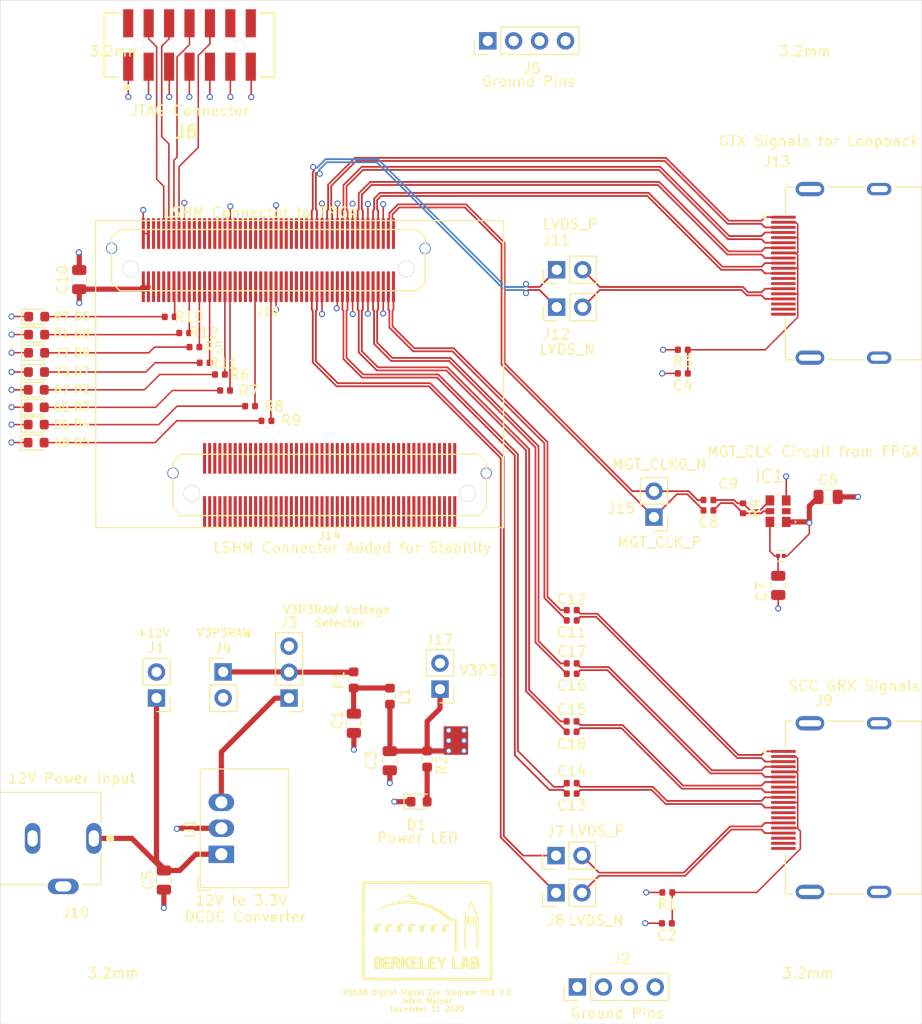
<source format=kicad_pcb>
(kicad_pcb (version 20171130) (host pcbnew "(5.1.5-0-10_14)")
  (layers (0 F.Cu signal hide) (1 In1.Cu power hide) (2 In2.Cu power hide) (31 B.Cu signal) (34 B.Paste user) (35 F.Paste user) (36 B.SilkS user) (37 F.SilkS user) (38 B.Mask user) (39 F.Mask user) (44 Edge.Cuts user))
  (net 0 "")
  (net 1 GND)
  (net 2 "Net-(C1-Pad1)")
  (net 3 "Net-(C2-Pad1)")
  (net 4 /MGT_RX3_N)
  (net 5 /MGT_RX3_P)
  (net 6 /MGT_RX0_N)
  (net 7 /MGT_RX2_P)
  (net 8 /MGT_RX2_N)
  (net 9 /MGT_RX1_P)
  (net 10 /MGT_RX1_N)
  (net 11 /MGT_RX0_P)
  (net 12 "Net-(D1-Pad2)")
  (net 13 +12V)
  (net 14 /TMS)
  (net 15 /TCK)
  (net 16 /TDO)
  (net 17 /TDI)
  (net 18 /LVDS_0_N)
  (net 19 /LVDS_0_P)
  (net 20 /MGT_TX0_N)
  (net 21 /MGT_TX0_P)
  (net 22 /MGT_TX1_N)
  (net 23 /MGT_TX1_P)
  (net 24 /MGT_TX2_N)
  (net 25 /MGT_TX2_P)
  (net 26 /MGT_TX3_N)
  (net 27 /MGT_TX3_P)
  (net 28 /MGT_CLK0_N)
  (net 29 /MGT_CLK0_P)
  (net 30 /LVDS_1_N)
  (net 31 /LVDS_1_P)
  (net 32 "Net-(D2-Pad2)")
  (net 33 "Net-(D3-Pad2)")
  (net 34 "Net-(D4-Pad2)")
  (net 35 "Net-(D5-Pad2)")
  (net 36 "Net-(D6-Pad2)")
  (net 37 "Net-(D7-Pad2)")
  (net 38 "Net-(D8-Pad2)")
  (net 39 "Net-(D9-Pad2)")
  (net 40 "Net-(C4-Pad1)")
  (net 41 "Net-(C7-Pad2)")
  (net 42 /MGT_RX3_C_N)
  (net 43 /MGT_RX3_C_P)
  (net 44 /MGT_RX0_C_N)
  (net 45 /MGT_RX0_C_P)
  (net 46 /MGT_RX1_C_P)
  (net 47 /MGT_RX2_C_N)
  (net 48 /MGT_RX2_C_P)
  (net 49 /MGT_RX1_C_N)
  (net 50 /MGT_CLK_C_P)
  (net 51 /MGT_CLK_C_N)
  (net 52 /LVDS_1_J_P)
  (net 53 /LVDS_1_J_N)
  (net 54 /LVDS_0_J_P)
  (net 55 /LVDS_0_J_N)
  (net 56 /V3P3RAW)
  (net 57 /DCV3P3)
  (net 58 +3V3)
  (net 59 "Net-(J16-Pad49)")
  (net 60 "Net-(J16-Pad55)")
  (net 61 "Net-(J16-Pad65)")
  (net 62 "Net-(J16-Pad67)")
  (net 63 "Net-(J16-Pad73)")
  (net 64 "Net-(J16-Pad77)")
  (net 65 "Net-(J16-Pad81)")
  (net 66 "Net-(J16-Pad87)")
  (module LSHM-150-XX:LSHM-150-XX.X-XX-DV-A-N (layer F.Cu) (at 147.8431 97.9805)
    (fp_text reference J14 (at -0.0127 4.9445) (layer F.SilkS) (effects (font (size 0.8 0.8))))
    (fp_text value LSHM-150-XX.X-XX-DV-A-N)
    (fp_text user 1 (at 11.93 4.18) (layer F.SilkS) (effects (font (size 0.787402 0.787402) (thickness 0.015))))
    (pad None np_thru_hole circle (at 13.5 0.85) (size 1.45 1.45) (drill 1.45) (layers *.Cu *.Mask))
    (pad None np_thru_hole circle (at -13.5 0.85) (size 1.45 1.45) (drill 1.45) (layers *.Cu *.Mask))
    (pad 100 smd rect (at -12.25 -2.6) (size 0.3 3) (layers F.Cu F.Paste F.Mask))
    (pad 99 smd rect (at -12.25 2.6) (size 0.3 3) (layers F.Cu F.Paste F.Mask))
    (pad 98 smd rect (at -11.75 -2.6) (size 0.3 3) (layers F.Cu F.Paste F.Mask))
    (pad 97 smd rect (at -11.75 2.6) (size 0.3 3) (layers F.Cu F.Paste F.Mask))
    (pad 96 smd rect (at -11.25 -2.6) (size 0.3 3) (layers F.Cu F.Paste F.Mask))
    (pad 95 smd rect (at -11.25 2.6) (size 0.3 3) (layers F.Cu F.Paste F.Mask))
    (pad 94 smd rect (at -10.75 -2.6) (size 0.3 3) (layers F.Cu F.Paste F.Mask))
    (pad 93 smd rect (at -10.75 2.6) (size 0.3 3) (layers F.Cu F.Paste F.Mask))
    (pad 92 smd rect (at -10.25 -2.6) (size 0.3 3) (layers F.Cu F.Paste F.Mask))
    (pad 91 smd rect (at -10.25 2.6) (size 0.3 3) (layers F.Cu F.Paste F.Mask))
    (pad 90 smd rect (at -9.75 -2.6) (size 0.3 3) (layers F.Cu F.Paste F.Mask))
    (pad 89 smd rect (at -9.75 2.6) (size 0.3 3) (layers F.Cu F.Paste F.Mask))
    (pad 88 smd rect (at -9.25 -2.6) (size 0.3 3) (layers F.Cu F.Paste F.Mask))
    (pad 87 smd rect (at -9.25 2.6) (size 0.3 3) (layers F.Cu F.Paste F.Mask))
    (pad 86 smd rect (at -8.75 -2.6) (size 0.3 3) (layers F.Cu F.Paste F.Mask))
    (pad 85 smd rect (at -8.75 2.6) (size 0.3 3) (layers F.Cu F.Paste F.Mask))
    (pad 84 smd rect (at -8.25 -2.6) (size 0.3 3) (layers F.Cu F.Paste F.Mask))
    (pad 83 smd rect (at -8.25 2.6) (size 0.3 3) (layers F.Cu F.Paste F.Mask))
    (pad 82 smd rect (at -7.75 -2.6) (size 0.3 3) (layers F.Cu F.Paste F.Mask))
    (pad 81 smd rect (at -7.75 2.6) (size 0.3 3) (layers F.Cu F.Paste F.Mask))
    (pad 80 smd rect (at -7.25 -2.6) (size 0.3 3) (layers F.Cu F.Paste F.Mask))
    (pad 79 smd rect (at -7.25 2.6) (size 0.3 3) (layers F.Cu F.Paste F.Mask))
    (pad 78 smd rect (at -6.75 -2.6) (size 0.3 3) (layers F.Cu F.Paste F.Mask))
    (pad 77 smd rect (at -6.75 2.6) (size 0.3 3) (layers F.Cu F.Paste F.Mask))
    (pad 76 smd rect (at -6.25 -2.6) (size 0.3 3) (layers F.Cu F.Paste F.Mask))
    (pad 75 smd rect (at -6.25 2.6) (size 0.3 3) (layers F.Cu F.Paste F.Mask))
    (pad 74 smd rect (at -5.75 -2.6) (size 0.3 3) (layers F.Cu F.Paste F.Mask))
    (pad 73 smd rect (at -5.75 2.6) (size 0.3 3) (layers F.Cu F.Paste F.Mask))
    (pad 72 smd rect (at -5.25 -2.6) (size 0.3 3) (layers F.Cu F.Paste F.Mask))
    (pad 71 smd rect (at -5.25 2.6) (size 0.3 3) (layers F.Cu F.Paste F.Mask))
    (pad 70 smd rect (at -4.75 -2.6) (size 0.3 3) (layers F.Cu F.Paste F.Mask))
    (pad 69 smd rect (at -4.75 2.6) (size 0.3 3) (layers F.Cu F.Paste F.Mask))
    (pad 68 smd rect (at -4.25 -2.6) (size 0.3 3) (layers F.Cu F.Paste F.Mask))
    (pad 67 smd rect (at -4.25 2.6) (size 0.3 3) (layers F.Cu F.Paste F.Mask))
    (pad 66 smd rect (at -3.75 -2.6) (size 0.3 3) (layers F.Cu F.Paste F.Mask))
    (pad 65 smd rect (at -3.75 2.6) (size 0.3 3) (layers F.Cu F.Paste F.Mask))
    (pad 64 smd rect (at -3.25 -2.6) (size 0.3 3) (layers F.Cu F.Paste F.Mask))
    (pad 63 smd rect (at -3.25 2.6) (size 0.3 3) (layers F.Cu F.Paste F.Mask))
    (pad 62 smd rect (at -2.75 -2.6) (size 0.3 3) (layers F.Cu F.Paste F.Mask))
    (pad 61 smd rect (at -2.75 2.6) (size 0.3 3) (layers F.Cu F.Paste F.Mask))
    (pad 60 smd rect (at -2.25 -2.6) (size 0.3 3) (layers F.Cu F.Paste F.Mask))
    (pad 59 smd rect (at -2.25 2.6) (size 0.3 3) (layers F.Cu F.Paste F.Mask))
    (pad 58 smd rect (at -1.75 -2.6) (size 0.3 3) (layers F.Cu F.Paste F.Mask))
    (pad 57 smd rect (at -1.75 2.6) (size 0.3 3) (layers F.Cu F.Paste F.Mask))
    (pad 56 smd rect (at -1.25 -2.6) (size 0.3 3) (layers F.Cu F.Paste F.Mask))
    (pad 55 smd rect (at -1.25 2.6) (size 0.3 3) (layers F.Cu F.Paste F.Mask))
    (pad 54 smd rect (at -0.75 -2.6) (size 0.3 3) (layers F.Cu F.Paste F.Mask))
    (pad 53 smd rect (at -0.75 2.6) (size 0.3 3) (layers F.Cu F.Paste F.Mask))
    (pad 52 smd rect (at -0.25 -2.6) (size 0.3 3) (layers F.Cu F.Paste F.Mask))
    (pad 51 smd rect (at -0.25 2.6) (size 0.3 3) (layers F.Cu F.Paste F.Mask))
    (pad 50 smd rect (at 0.25 -2.6) (size 0.3 3) (layers F.Cu F.Paste F.Mask))
    (pad 49 smd rect (at 0.25 2.6) (size 0.3 3) (layers F.Cu F.Paste F.Mask))
    (pad 48 smd rect (at 0.75 -2.6) (size 0.3 3) (layers F.Cu F.Paste F.Mask))
    (pad 47 smd rect (at 0.75 2.6) (size 0.3 3) (layers F.Cu F.Paste F.Mask))
    (pad 46 smd rect (at 1.25 -2.6) (size 0.3 3) (layers F.Cu F.Paste F.Mask))
    (pad 45 smd rect (at 1.25 2.6) (size 0.3 3) (layers F.Cu F.Paste F.Mask))
    (pad 44 smd rect (at 1.75 -2.6) (size 0.3 3) (layers F.Cu F.Paste F.Mask))
    (pad 43 smd rect (at 1.75 2.6) (size 0.3 3) (layers F.Cu F.Paste F.Mask))
    (pad 42 smd rect (at 2.25 -2.6) (size 0.3 3) (layers F.Cu F.Paste F.Mask))
    (pad 41 smd rect (at 2.25 2.6) (size 0.3 3) (layers F.Cu F.Paste F.Mask))
    (pad 40 smd rect (at 2.75 -2.6) (size 0.3 3) (layers F.Cu F.Paste F.Mask))
    (pad 39 smd rect (at 2.75 2.6) (size 0.3 3) (layers F.Cu F.Paste F.Mask))
    (pad 38 smd rect (at 3.25 -2.6) (size 0.3 3) (layers F.Cu F.Paste F.Mask))
    (pad 37 smd rect (at 3.25 2.6) (size 0.3 3) (layers F.Cu F.Paste F.Mask))
    (pad 36 smd rect (at 3.75 -2.6) (size 0.3 3) (layers F.Cu F.Paste F.Mask))
    (pad 35 smd rect (at 3.75 2.6) (size 0.3 3) (layers F.Cu F.Paste F.Mask))
    (pad 34 smd rect (at 4.25 -2.6) (size 0.3 3) (layers F.Cu F.Paste F.Mask))
    (pad 33 smd rect (at 4.25 2.6) (size 0.3 3) (layers F.Cu F.Paste F.Mask))
    (pad 32 smd rect (at 4.75 -2.6) (size 0.3 3) (layers F.Cu F.Paste F.Mask))
    (pad 31 smd rect (at 4.75 2.6) (size 0.3 3) (layers F.Cu F.Paste F.Mask))
    (pad 30 smd rect (at 5.25 -2.6) (size 0.3 3) (layers F.Cu F.Paste F.Mask))
    (pad 29 smd rect (at 5.25 2.6) (size 0.3 3) (layers F.Cu F.Paste F.Mask))
    (pad 28 smd rect (at 5.75 -2.6) (size 0.3 3) (layers F.Cu F.Paste F.Mask))
    (pad 27 smd rect (at 5.75 2.6) (size 0.3 3) (layers F.Cu F.Paste F.Mask))
    (pad 26 smd rect (at 6.25 -2.6) (size 0.3 3) (layers F.Cu F.Paste F.Mask))
    (pad 25 smd rect (at 6.25 2.6) (size 0.3 3) (layers F.Cu F.Paste F.Mask))
    (pad 24 smd rect (at 6.75 -2.6) (size 0.3 3) (layers F.Cu F.Paste F.Mask))
    (pad 23 smd rect (at 6.75 2.6) (size 0.3 3) (layers F.Cu F.Paste F.Mask))
    (pad 22 smd rect (at 7.25 -2.6) (size 0.3 3) (layers F.Cu F.Paste F.Mask))
    (pad 21 smd rect (at 7.25 2.6) (size 0.3 3) (layers F.Cu F.Paste F.Mask))
    (pad 20 smd rect (at 7.75 -2.6) (size 0.3 3) (layers F.Cu F.Paste F.Mask))
    (pad 19 smd rect (at 7.75 2.6) (size 0.3 3) (layers F.Cu F.Paste F.Mask))
    (pad 18 smd rect (at 8.25 -2.6) (size 0.3 3) (layers F.Cu F.Paste F.Mask))
    (pad 17 smd rect (at 8.25 2.6) (size 0.3 3) (layers F.Cu F.Paste F.Mask))
    (pad 16 smd rect (at 8.75 -2.6) (size 0.3 3) (layers F.Cu F.Paste F.Mask))
    (pad 15 smd rect (at 8.75 2.6) (size 0.3 3) (layers F.Cu F.Paste F.Mask))
    (pad 14 smd rect (at 9.25 -2.6) (size 0.3 3) (layers F.Cu F.Paste F.Mask))
    (pad 13 smd rect (at 9.25 2.6) (size 0.3 3) (layers F.Cu F.Paste F.Mask))
    (pad 12 smd rect (at 9.75 -2.6) (size 0.3 3) (layers F.Cu F.Paste F.Mask))
    (pad 11 smd rect (at 9.75 2.6) (size 0.3 3) (layers F.Cu F.Paste F.Mask))
    (pad 10 smd rect (at 10.25 -2.6) (size 0.3 3) (layers F.Cu F.Paste F.Mask))
    (pad 9 smd rect (at 10.25 2.6) (size 0.3 3) (layers F.Cu F.Paste F.Mask))
    (pad 8 smd rect (at 10.75 -2.6) (size 0.3 3) (layers F.Cu F.Paste F.Mask))
    (pad 7 smd rect (at 10.75 2.6) (size 0.3 3) (layers F.Cu F.Paste F.Mask))
    (pad 6 smd rect (at 11.25 -2.6) (size 0.3 3) (layers F.Cu F.Paste F.Mask))
    (pad 5 smd rect (at 11.25 2.6) (size 0.3 3) (layers F.Cu F.Paste F.Mask))
    (pad 4 smd rect (at 11.75 -2.6) (size 0.3 3) (layers F.Cu F.Paste F.Mask))
    (pad 3 smd rect (at 11.75 2.6) (size 0.3 3) (layers F.Cu F.Paste F.Mask))
    (pad 2 smd rect (at 12.25 -2.6) (size 0.3 3) (layers F.Cu F.Paste F.Mask))
    (pad 1 smd rect (at 12.25 2.6) (size 0.3 3) (layers F.Cu F.Paste F.Mask))
  )
  (module LSHM-150-XX:LSHM-150-XX.X-XX-DV-A-N (layer F.Cu) (at 141.8431 75.9805)
    (fp_text reference J16 (at -0.0325 5.0195) (layer F.SilkS) (effects (font (size 0.8 0.8))))
    (fp_text value LSHM-150-XX.X-XX-DV-A-N)
    (fp_text user 2 (at 11.93 -3.31) (layer F.SilkS) (effects (font (size 0.787402 0.787402) (thickness 0.015))))
    (fp_text user 1 (at 11.93 4.18) (layer F.SilkS) (effects (font (size 0.787402 0.787402) (thickness 0.015))))
    (pad None np_thru_hole circle (at 13.5 0.85) (size 1.45 1.45) (drill 1.45) (layers *.Cu *.Mask))
    (pad None np_thru_hole circle (at -13.5 0.85) (size 1.45 1.45) (drill 1.45) (layers *.Cu *.Mask))
    (pad 100 smd rect (at -12.25 -2.6) (size 0.3 3) (layers F.Cu F.Paste F.Mask) (net 1 GND))
    (pad 99 smd rect (at -12.25 2.6) (size 0.3 3) (layers F.Cu F.Paste F.Mask) (net 58 +3V3))
    (pad 98 smd rect (at -11.75 -2.6) (size 0.3 3) (layers F.Cu F.Paste F.Mask) (net 1 GND))
    (pad 97 smd rect (at -11.75 2.6) (size 0.3 3) (layers F.Cu F.Paste F.Mask) (net 58 +3V3))
    (pad 96 smd rect (at -11.25 -2.6) (size 0.3 3) (layers F.Cu F.Paste F.Mask))
    (pad 95 smd rect (at -11.25 2.6) (size 0.3 3) (layers F.Cu F.Paste F.Mask))
    (pad 94 smd rect (at -10.75 -2.6) (size 0.3 3) (layers F.Cu F.Paste F.Mask))
    (pad 93 smd rect (at -10.75 2.6) (size 0.3 3) (layers F.Cu F.Paste F.Mask))
    (pad 92 smd rect (at -10.25 -2.6) (size 0.3 3) (layers F.Cu F.Paste F.Mask) (net 14 /TMS))
    (pad 91 smd rect (at -10.25 2.6) (size 0.3 3) (layers F.Cu F.Paste F.Mask))
    (pad 90 smd rect (at -9.75 -2.6) (size 0.3 3) (layers F.Cu F.Paste F.Mask) (net 15 /TCK))
    (pad 89 smd rect (at -9.75 2.6) (size 0.3 3) (layers F.Cu F.Paste F.Mask))
    (pad 88 smd rect (at -9.25 -2.6) (size 0.3 3) (layers F.Cu F.Paste F.Mask) (net 16 /TDO))
    (pad 87 smd rect (at -9.25 2.6) (size 0.3 3) (layers F.Cu F.Paste F.Mask) (net 66 "Net-(J16-Pad87)"))
    (pad 86 smd rect (at -8.75 -2.6) (size 0.3 3) (layers F.Cu F.Paste F.Mask) (net 17 /TDI))
    (pad 85 smd rect (at -8.75 2.6) (size 0.3 3) (layers F.Cu F.Paste F.Mask))
    (pad 84 smd rect (at -8.25 -2.6) (size 0.3 3) (layers F.Cu F.Paste F.Mask) (net 1 GND))
    (pad 83 smd rect (at -8.25 2.6) (size 0.3 3) (layers F.Cu F.Paste F.Mask))
    (pad 82 smd rect (at -7.75 -2.6) (size 0.3 3) (layers F.Cu F.Paste F.Mask))
    (pad 81 smd rect (at -7.75 2.6) (size 0.3 3) (layers F.Cu F.Paste F.Mask) (net 65 "Net-(J16-Pad81)"))
    (pad 80 smd rect (at -7.25 -2.6) (size 0.3 3) (layers F.Cu F.Paste F.Mask))
    (pad 79 smd rect (at -7.25 2.6) (size 0.3 3) (layers F.Cu F.Paste F.Mask))
    (pad 78 smd rect (at -6.75 -2.6) (size 0.3 3) (layers F.Cu F.Paste F.Mask))
    (pad 77 smd rect (at -6.75 2.6) (size 0.3 3) (layers F.Cu F.Paste F.Mask) (net 64 "Net-(J16-Pad77)"))
    (pad 76 smd rect (at -6.25 -2.6) (size 0.3 3) (layers F.Cu F.Paste F.Mask))
    (pad 75 smd rect (at -6.25 2.6) (size 0.3 3) (layers F.Cu F.Paste F.Mask))
    (pad 74 smd rect (at -5.75 -2.6) (size 0.3 3) (layers F.Cu F.Paste F.Mask))
    (pad 73 smd rect (at -5.75 2.6) (size 0.3 3) (layers F.Cu F.Paste F.Mask) (net 63 "Net-(J16-Pad73)"))
    (pad 72 smd rect (at -5.25 -2.6) (size 0.3 3) (layers F.Cu F.Paste F.Mask))
    (pad 71 smd rect (at -5.25 2.6) (size 0.3 3) (layers F.Cu F.Paste F.Mask))
    (pad 70 smd rect (at -4.75 -2.6) (size 0.3 3) (layers F.Cu F.Paste F.Mask))
    (pad 69 smd rect (at -4.75 2.6) (size 0.3 3) (layers F.Cu F.Paste F.Mask))
    (pad 68 smd rect (at -4.25 -2.6) (size 0.3 3) (layers F.Cu F.Paste F.Mask))
    (pad 67 smd rect (at -4.25 2.6) (size 0.3 3) (layers F.Cu F.Paste F.Mask) (net 62 "Net-(J16-Pad67)"))
    (pad 66 smd rect (at -3.75 -2.6) (size 0.3 3) (layers F.Cu F.Paste F.Mask) (net 1 GND))
    (pad 65 smd rect (at -3.75 2.6) (size 0.3 3) (layers F.Cu F.Paste F.Mask) (net 61 "Net-(J16-Pad65)"))
    (pad 64 smd rect (at -3.25 -2.6) (size 0.3 3) (layers F.Cu F.Paste F.Mask))
    (pad 63 smd rect (at -3.25 2.6) (size 0.3 3) (layers F.Cu F.Paste F.Mask))
    (pad 62 smd rect (at -2.75 -2.6) (size 0.3 3) (layers F.Cu F.Paste F.Mask))
    (pad 61 smd rect (at -2.75 2.6) (size 0.3 3) (layers F.Cu F.Paste F.Mask))
    (pad 60 smd rect (at -2.25 -2.6) (size 0.3 3) (layers F.Cu F.Paste F.Mask))
    (pad 59 smd rect (at -2.25 2.6) (size 0.3 3) (layers F.Cu F.Paste F.Mask))
    (pad 58 smd rect (at -1.75 -2.6) (size 0.3 3) (layers F.Cu F.Paste F.Mask))
    (pad 57 smd rect (at -1.75 2.6) (size 0.3 3) (layers F.Cu F.Paste F.Mask))
    (pad 56 smd rect (at -1.25 -2.6) (size 0.3 3) (layers F.Cu F.Paste F.Mask))
    (pad 55 smd rect (at -1.25 2.6) (size 0.3 3) (layers F.Cu F.Paste F.Mask) (net 60 "Net-(J16-Pad55)"))
    (pad 54 smd rect (at -0.75 -2.6) (size 0.3 3) (layers F.Cu F.Paste F.Mask))
    (pad 53 smd rect (at -0.75 2.6) (size 0.3 3) (layers F.Cu F.Paste F.Mask))
    (pad 52 smd rect (at -0.25 -2.6) (size 0.3 3) (layers F.Cu F.Paste F.Mask))
    (pad 51 smd rect (at -0.25 2.6) (size 0.3 3) (layers F.Cu F.Paste F.Mask))
    (pad 50 smd rect (at 0.25 -2.6) (size 0.3 3) (layers F.Cu F.Paste F.Mask))
    (pad 49 smd rect (at 0.25 2.6) (size 0.3 3) (layers F.Cu F.Paste F.Mask) (net 59 "Net-(J16-Pad49)"))
    (pad 48 smd rect (at 0.75 -2.6) (size 0.3 3) (layers F.Cu F.Paste F.Mask) (net 1 GND))
    (pad 47 smd rect (at 0.75 2.6) (size 0.3 3) (layers F.Cu F.Paste F.Mask) (net 1 GND))
    (pad 46 smd rect (at 1.25 -2.6) (size 0.3 3) (layers F.Cu F.Paste F.Mask))
    (pad 45 smd rect (at 1.25 2.6) (size 0.3 3) (layers F.Cu F.Paste F.Mask))
    (pad 44 smd rect (at 1.75 -2.6) (size 0.3 3) (layers F.Cu F.Paste F.Mask))
    (pad 43 smd rect (at 1.75 2.6) (size 0.3 3) (layers F.Cu F.Paste F.Mask))
    (pad 42 smd rect (at 2.25 -2.6) (size 0.3 3) (layers F.Cu F.Paste F.Mask))
    (pad 41 smd rect (at 2.25 2.6) (size 0.3 3) (layers F.Cu F.Paste F.Mask))
    (pad 40 smd rect (at 2.75 -2.6) (size 0.3 3) (layers F.Cu F.Paste F.Mask))
    (pad 39 smd rect (at 2.75 2.6) (size 0.3 3) (layers F.Cu F.Paste F.Mask))
    (pad 38 smd rect (at 3.25 -2.6) (size 0.3 3) (layers F.Cu F.Paste F.Mask))
    (pad 37 smd rect (at 3.25 2.6) (size 0.3 3) (layers F.Cu F.Paste F.Mask))
    (pad 36 smd rect (at 3.75 -2.6) (size 0.3 3) (layers F.Cu F.Paste F.Mask))
    (pad 35 smd rect (at 3.75 2.6) (size 0.3 3) (layers F.Cu F.Paste F.Mask))
    (pad 34 smd rect (at 4.25 -2.6) (size 0.3 3) (layers F.Cu F.Paste F.Mask) (net 31 /LVDS_1_P))
    (pad 33 smd rect (at 4.25 2.6) (size 0.3 3) (layers F.Cu F.Paste F.Mask) (net 18 /LVDS_0_N))
    (pad 32 smd rect (at 4.75 -2.6) (size 0.3 3) (layers F.Cu F.Paste F.Mask) (net 30 /LVDS_1_N))
    (pad 31 smd rect (at 4.75 2.6) (size 0.3 3) (layers F.Cu F.Paste F.Mask) (net 19 /LVDS_0_P))
    (pad 30 smd rect (at 5.25 -2.6) (size 0.3 3) (layers F.Cu F.Paste F.Mask) (net 1 GND))
    (pad 29 smd rect (at 5.25 2.6) (size 0.3 3) (layers F.Cu F.Paste F.Mask) (net 1 GND))
    (pad 28 smd rect (at 5.75 -2.6) (size 0.3 3) (layers F.Cu F.Paste F.Mask) (net 27 /MGT_TX3_P))
    (pad 27 smd rect (at 5.75 2.6) (size 0.3 3) (layers F.Cu F.Paste F.Mask))
    (pad 26 smd rect (at 6.25 -2.6) (size 0.3 3) (layers F.Cu F.Paste F.Mask) (net 26 /MGT_TX3_N))
    (pad 25 smd rect (at 6.25 2.6) (size 0.3 3) (layers F.Cu F.Paste F.Mask))
    (pad 24 smd rect (at 6.75 -2.6) (size 0.3 3) (layers F.Cu F.Paste F.Mask) (net 1 GND))
    (pad 23 smd rect (at 6.75 2.6) (size 0.3 3) (layers F.Cu F.Paste F.Mask) (net 1 GND))
    (pad 22 smd rect (at 7.25 -2.6) (size 0.3 3) (layers F.Cu F.Paste F.Mask) (net 25 /MGT_TX2_P))
    (pad 21 smd rect (at 7.25 2.6) (size 0.3 3) (layers F.Cu F.Paste F.Mask) (net 44 /MGT_RX0_C_N))
    (pad 20 smd rect (at 7.75 -2.6) (size 0.3 3) (layers F.Cu F.Paste F.Mask) (net 24 /MGT_TX2_N))
    (pad 19 smd rect (at 7.75 2.6) (size 0.3 3) (layers F.Cu F.Paste F.Mask) (net 45 /MGT_RX0_C_P))
    (pad 18 smd rect (at 8.25 -2.6) (size 0.3 3) (layers F.Cu F.Paste F.Mask) (net 1 GND))
    (pad 17 smd rect (at 8.25 2.6) (size 0.3 3) (layers F.Cu F.Paste F.Mask) (net 1 GND))
    (pad 16 smd rect (at 8.75 -2.6) (size 0.3 3) (layers F.Cu F.Paste F.Mask) (net 23 /MGT_TX1_P))
    (pad 15 smd rect (at 8.75 2.6) (size 0.3 3) (layers F.Cu F.Paste F.Mask) (net 49 /MGT_RX1_C_N))
    (pad 14 smd rect (at 9.25 -2.6) (size 0.3 3) (layers F.Cu F.Paste F.Mask) (net 22 /MGT_TX1_N))
    (pad 13 smd rect (at 9.25 2.6) (size 0.3 3) (layers F.Cu F.Paste F.Mask) (net 46 /MGT_RX1_C_P))
    (pad 12 smd rect (at 9.75 -2.6) (size 0.3 3) (layers F.Cu F.Paste F.Mask) (net 1 GND))
    (pad 11 smd rect (at 9.75 2.6) (size 0.3 3) (layers F.Cu F.Paste F.Mask) (net 1 GND))
    (pad 10 smd rect (at 10.25 -2.6) (size 0.3 3) (layers F.Cu F.Paste F.Mask) (net 21 /MGT_TX0_P))
    (pad 9 smd rect (at 10.25 2.6) (size 0.3 3) (layers F.Cu F.Paste F.Mask) (net 47 /MGT_RX2_C_N))
    (pad 8 smd rect (at 10.75 -2.6) (size 0.3 3) (layers F.Cu F.Paste F.Mask) (net 20 /MGT_TX0_N))
    (pad 7 smd rect (at 10.75 2.6) (size 0.3 3) (layers F.Cu F.Paste F.Mask) (net 48 /MGT_RX2_C_P))
    (pad 6 smd rect (at 11.25 -2.6) (size 0.3 3) (layers F.Cu F.Paste F.Mask) (net 1 GND))
    (pad 5 smd rect (at 11.25 2.6) (size 0.3 3) (layers F.Cu F.Paste F.Mask) (net 1 GND))
    (pad 4 smd rect (at 11.75 -2.6) (size 0.3 3) (layers F.Cu F.Paste F.Mask) (net 28 /MGT_CLK0_N))
    (pad 3 smd rect (at 11.75 2.6) (size 0.3 3) (layers F.Cu F.Paste F.Mask) (net 42 /MGT_RX3_C_N))
    (pad 2 smd rect (at 12.25 -2.6) (size 0.3 3) (layers F.Cu F.Paste F.Mask) (net 29 /MGT_CLK0_P))
    (pad 1 smd rect (at 12.25 2.6) (size 0.3 3) (layers F.Cu F.Paste F.Mask) (net 43 /MGT_RX3_C_P))
  )
  (module Capacitor_SMD:C_0402_1005Metric (layer F.Cu) (at 171.5516 116.4631)
    (fp_text reference C16 (at -0.0127 1.1303) (layer F.SilkS))
    (fp_text value 100n)
    (pad 1 smd roundrect (at -0.485 0) (size 0.59 0.64) (layers F.Cu F.Paste F.Mask) (net 47 /MGT_RX2_C_N))
    (pad 2 smd roundrect (at 0.485 0) (size 0.59 0.64) (layers F.Cu F.Paste F.Mask) (net 8 /MGT_RX2_N))
  )
  (module "47272-0001 (1):MOLEX_47272-0001" (layer F.Cu) (at 205.8416 77.2742 90)
    (fp_text reference J13 (at 10.922 -14.1732 180) (layer F.SilkS))
    (fp_text value 47272-0001)
    (pad 20 smd rect (at -4 -13.56 90) (size 0.28 2.4) (layers F.Cu F.Paste F.Mask))
    (pad 19 smd rect (at -3.5 -13.56 90) (size 0.28 2.4) (layers F.Cu F.Paste F.Mask))
    (pad 18 smd rect (at -3 -13.56 90) (size 0.28 2.4) (layers F.Cu F.Paste F.Mask))
    (pad 17 smd rect (at -2.5 -13.56 90) (size 0.28 2.4) (layers F.Cu F.Paste F.Mask) (net 53 /LVDS_1_J_N))
    (pad 16 smd rect (at -2 -13.56 90) (size 0.28 2.4) (layers F.Cu F.Paste F.Mask) (net 40 "Net-(C4-Pad1)"))
    (pad 15 smd rect (at -1.5 -13.56 90) (size 0.28 2.4) (layers F.Cu F.Paste F.Mask) (net 52 /LVDS_1_J_P))
    (pad 14 smd rect (at -1 -13.56 90) (size 0.28 2.4) (layers F.Cu F.Paste F.Mask))
    (pad 13 smd rect (at -0.5 -13.56 90) (size 0.28 2.4) (layers F.Cu F.Paste F.Mask))
    (pad 12 smd rect (at 0 -13.56 90) (size 0.28 2.4) (layers F.Cu F.Paste F.Mask) (net 20 /MGT_TX0_N))
    (pad 11 smd rect (at 0.5 -13.56 90) (size 0.28 2.4) (layers F.Cu F.Paste F.Mask) (net 40 "Net-(C4-Pad1)"))
    (pad 10 smd rect (at 1 -13.56 90) (size 0.28 2.4) (layers F.Cu F.Paste F.Mask) (net 21 /MGT_TX0_P))
    (pad 9 smd rect (at 1.5 -13.56 90) (size 0.28 2.4) (layers F.Cu F.Paste F.Mask) (net 22 /MGT_TX1_N))
    (pad 8 smd rect (at 2 -13.56 90) (size 0.28 2.4) (layers F.Cu F.Paste F.Mask) (net 40 "Net-(C4-Pad1)"))
    (pad 7 smd rect (at 2.5 -13.56 90) (size 0.28 2.4) (layers F.Cu F.Paste F.Mask) (net 23 /MGT_TX1_P))
    (pad 6 smd rect (at 3 -13.56 90) (size 0.28 2.4) (layers F.Cu F.Paste F.Mask) (net 24 /MGT_TX2_N))
    (pad 5 smd rect (at 3.5 -13.56 90) (size 0.28 2.4) (layers F.Cu F.Paste F.Mask) (net 40 "Net-(C4-Pad1)"))
    (pad 4 smd rect (at 4 -13.56 90) (size 0.28 2.4) (layers F.Cu F.Paste F.Mask) (net 25 /MGT_TX2_P))
    (pad 3 smd rect (at 4.5 -13.56 90) (size 0.28 2.4) (layers F.Cu F.Paste F.Mask) (net 26 /MGT_TX3_N))
    (pad 2 smd rect (at 5 -13.56 90) (size 0.28 2.4) (layers F.Cu F.Paste F.Mask) (net 40 "Net-(C4-Pad1)"))
    (pad S4 thru_hole oval (at 8.25 -4.18 90) (size 1.2 2.4) (drill oval 0.6 1.7) (layers *.Cu *.Mask) (net 1 GND))
    (pad S2 thru_hole oval (at 8.25 -10.96 90) (size 1.4 2.8) (drill oval 0.6 2.2) (layers *.Cu *.Mask) (net 1 GND))
    (pad None np_thru_hole circle (at 0 -3.28 90) (size 1.4 1.4) (drill 1.4) (layers *.Cu *.Mask))
    (pad S3 thru_hole oval (at -8.25 -4.18 90) (size 1.2 2.4) (drill oval 0.6 1.7) (layers *.Cu *.Mask) (net 1 GND))
    (pad S1 thru_hole oval (at -8.25 -10.96 90) (size 1.4 2.8) (drill oval 0.6 2.2) (layers *.Cu *.Mask) (net 1 GND))
    (pad 1 smd rect (at 5.5 -13.56 90) (size 0.28 2.4) (layers F.Cu F.Paste F.Mask) (net 27 /MGT_TX3_P))
  )
  (module "47272-0001 (1):MOLEX_47272-0001" (layer F.Cu) (at 205.8416 129.5568 90)
    (fp_text reference J9 (at 10.4648 -9.5631 180) (layer F.SilkS))
    (fp_text value 47272-0001)
    (pad 20 smd rect (at -4 -13.56 90) (size 0.28 2.4) (layers F.Cu F.Paste F.Mask))
    (pad 19 smd rect (at -3.5 -13.56 90) (size 0.28 2.4) (layers F.Cu F.Paste F.Mask))
    (pad 18 smd rect (at -3 -13.56 90) (size 0.28 2.4) (layers F.Cu F.Paste F.Mask))
    (pad 17 smd rect (at -2.5 -13.56 90) (size 0.28 2.4) (layers F.Cu F.Paste F.Mask) (net 55 /LVDS_0_J_N))
    (pad 16 smd rect (at -2 -13.56 90) (size 0.28 2.4) (layers F.Cu F.Paste F.Mask) (net 3 "Net-(C2-Pad1)"))
    (pad 15 smd rect (at -1.5 -13.56 90) (size 0.28 2.4) (layers F.Cu F.Paste F.Mask) (net 54 /LVDS_0_J_P))
    (pad 14 smd rect (at -1 -13.56 90) (size 0.28 2.4) (layers F.Cu F.Paste F.Mask))
    (pad 13 smd rect (at -0.5 -13.56 90) (size 0.28 2.4) (layers F.Cu F.Paste F.Mask))
    (pad 12 smd rect (at 0 -13.56 90) (size 0.28 2.4) (layers F.Cu F.Paste F.Mask) (net 6 /MGT_RX0_N))
    (pad 11 smd rect (at 0.5 -13.56 90) (size 0.28 2.4) (layers F.Cu F.Paste F.Mask) (net 3 "Net-(C2-Pad1)"))
    (pad 10 smd rect (at 1 -13.56 90) (size 0.28 2.4) (layers F.Cu F.Paste F.Mask) (net 11 /MGT_RX0_P))
    (pad 9 smd rect (at 1.5 -13.56 90) (size 0.28 2.4) (layers F.Cu F.Paste F.Mask) (net 10 /MGT_RX1_N))
    (pad 8 smd rect (at 2 -13.56 90) (size 0.28 2.4) (layers F.Cu F.Paste F.Mask) (net 3 "Net-(C2-Pad1)"))
    (pad 7 smd rect (at 2.5 -13.56 90) (size 0.28 2.4) (layers F.Cu F.Paste F.Mask) (net 9 /MGT_RX1_P))
    (pad 6 smd rect (at 3 -13.56 90) (size 0.28 2.4) (layers F.Cu F.Paste F.Mask) (net 8 /MGT_RX2_N))
    (pad 5 smd rect (at 3.5 -13.56 90) (size 0.28 2.4) (layers F.Cu F.Paste F.Mask) (net 3 "Net-(C2-Pad1)"))
    (pad 4 smd rect (at 4 -13.56 90) (size 0.28 2.4) (layers F.Cu F.Paste F.Mask) (net 7 /MGT_RX2_P))
    (pad 3 smd rect (at 4.5 -13.56 90) (size 0.28 2.4) (layers F.Cu F.Paste F.Mask) (net 4 /MGT_RX3_N))
    (pad 2 smd rect (at 5 -13.56 90) (size 0.28 2.4) (layers F.Cu F.Paste F.Mask) (net 3 "Net-(C2-Pad1)"))
    (pad S4 thru_hole oval (at 8.25 -4.18 90) (size 1.2 2.4) (drill oval 0.6 1.7) (layers *.Cu *.Mask) (net 1 GND))
    (pad S2 thru_hole oval (at 8.25 -10.96 90) (size 1.4 2.8) (drill oval 0.6 2.2) (layers *.Cu *.Mask) (net 1 GND))
    (pad None np_thru_hole circle (at 0 -3.28 90) (size 1.4 1.4) (drill 1.4) (layers *.Cu *.Mask))
    (pad S3 thru_hole oval (at -8.25 -4.18 90) (size 1.2 2.4) (drill oval 0.6 1.7) (layers *.Cu *.Mask) (net 1 GND))
    (pad S1 thru_hole oval (at -8.25 -10.96 90) (size 1.4 2.8) (drill oval 0.6 2.2) (layers *.Cu *.Mask) (net 1 GND))
    (pad 1 smd rect (at 5.5 -13.56 90) (size 0.28 2.4) (layers F.Cu F.Paste F.Mask) (net 5 /MGT_RX3_P))
  )
  (module Capacitor_SMD:C_0402_1005Metric (layer F.Cu) (at 171.5516 128.1852)
    (fp_text reference C13 (at 0 1.143) (layer F.SilkS))
    (fp_text value 100n)
    (pad 1 smd roundrect (at -0.485 0) (size 0.59 0.64) (layers F.Cu F.Paste F.Mask) (net 44 /MGT_RX0_C_N))
    (pad 2 smd roundrect (at 0.485 0) (size 0.59 0.64) (layers F.Cu F.Paste F.Mask) (net 6 /MGT_RX0_N))
  )
  (module Connector_PinHeader_2.54mm:PinHeader_1x02_P2.54mm_Vertical (layer F.Cu) (at 158.6484 117.96776 180)
    (fp_text reference J17 (at 0.04064 4.83108) (layer F.SilkS))
    (fp_text value Conn_01x02)
    (pad 2 thru_hole oval (at 0 2.54 180) (size 1.7 1.7) (drill 1) (layers *.Cu *.Mask) (net 1 GND))
    (pad 1 thru_hole rect (at 0 0 180) (size 1.7 1.7) (drill 1) (layers *.Cu *.Mask) (net 58 +3V3))
  )
  (module lbnl_logo:lbnl_logo_large (layer F.Cu) (at 157.3933 141.6177)
    (fp_text reference G*** hide)
    (fp_text value LOGO hide)
  )
  (module MountingHole:MountingHole_3.2mm_M3 (layer F.Cu) (at 200.8416 145.749)
    (fp_text reference 3.2mm (at -6.14044 0.02668) (layer F.SilkS))
    (fp_text value MountingHole_3.2mm_M3)
    (pad 1 np_thru_hole circle (at 0 0) (size 3.2 3.2) (drill 3.2) (layers *.Cu *.Mask))
  )
  (module MountingHole:MountingHole_3.2mm_M3 (layer F.Cu) (at 200.8416 55.546)
    (fp_text reference 3.2mm (at -6.44016 -0.00636) (layer F.SilkS))
    (fp_text value MountingHole_3.2mm_M3)
    (pad 1 np_thru_hole circle (at 0 0) (size 3.2 3.2) (drill 3.2) (layers *.Cu *.Mask))
  )
  (module MountingHole:MountingHole_3.2mm_M3 (layer F.Cu) (at 120.5827 55.546)
    (fp_text reference "3.2mm " (at 6.64082 -0.00128) (layer F.SilkS))
    (fp_text value MountingHole_3.2mm_M3)
    (pad 1 np_thru_hole circle (at 0 0) (size 3.2 3.2) (drill 3.2) (layers *.Cu *.Mask))
  )
  (module MountingHole:MountingHole_3.2mm_M3 (layer F.Cu) (at 120.5827 145.749)
    (fp_text reference 3.2mm (at 6.06678 0.01144) (layer F.SilkS))
    (fp_text value MountingHole_3.2mm_M3)
    (pad 1 np_thru_hole circle (at 0 0) (size 3.2 3.2) (drill 3.2) (layers *.Cu *.Mask))
  )
  (module Resistor_SMD:R_0603_1608Metric (layer F.Cu) (at 157.3911 124.8029 270)
    (fp_text reference R2 (at 0.5971 -1.43 90) (layer F.SilkS))
    (fp_text value 200)
    (pad 1 smd roundrect (at -0.7875 0 270) (size 0.875 0.95) (layers F.Cu F.Paste F.Mask) (net 58 +3V3))
    (pad 2 smd roundrect (at 0.7875 0 270) (size 0.875 0.95) (layers F.Cu F.Paste F.Mask) (net 12 "Net-(D1-Pad2)"))
  )
  (module Fuse:Fuse_0603_1608Metric (layer F.Cu) (at 150.1902 117.0686 90)
    (fp_text reference F1 (at 0 -1.43 90) (layer F.SilkS))
    (fp_text value 3AMP)
    (pad 2 smd roundrect (at 0.7875 0 90) (size 0.875 0.95) (layers F.Cu F.Paste F.Mask) (net 56 /V3P3RAW))
    (pad 1 smd roundrect (at -0.7875 0 90) (size 0.875 0.95) (layers F.Cu F.Paste F.Mask) (net 2 "Net-(C1-Pad1)"))
  )
  (module Connector_PinHeader_2.54mm:PinHeader_1x02_P2.54mm_Vertical (layer F.Cu) (at 179.606 101.1329 180)
    (fp_text reference J15 (at 3.175 0.8509) (layer F.SilkS))
    (fp_text value Conn_01x02)
    (pad 2 thru_hole oval (at 0 2.54 180) (size 1.7 1.7) (drill 1) (layers *.Cu *.Mask) (net 28 /MGT_CLK0_N))
    (pad 1 thru_hole rect (at 0 0 180) (size 1.7 1.7) (drill 1) (layers *.Cu *.Mask) (net 29 /MGT_CLK0_P))
  )
  (module Connector_PinHeader_2.54mm:PinHeader_1x03_P2.54mm_Vertical (layer F.Cu) (at 143.8656 118.8466 180)
    (fp_text reference J3 (at 0 7.3787) (layer F.SilkS))
    (fp_text value Conn_01x03)
    (pad 3 thru_hole oval (at 0 5.08 180) (size 1.7 1.7) (drill 1) (layers *.Cu *.Mask))
    (pad 2 thru_hole oval (at 0 2.54 180) (size 1.7 1.7) (drill 1) (layers *.Cu *.Mask) (net 56 /V3P3RAW))
    (pad 1 thru_hole rect (at 0 0 180) (size 1.7 1.7) (drill 1) (layers *.Cu *.Mask) (net 57 /DCV3P3))
  )
  (module Resistor_SMD:R_0402_1005Metric (layer F.Cu) (at 133.6 83.1088)
    (fp_text reference R12 (at 1.9304 -0.0254) (layer F.SilkS))
    (fp_text value R)
    (pad 2 smd roundrect (at 0.485 0) (size 0.59 0.64) (layers F.Cu F.Paste F.Mask) (net 65 "Net-(J16-Pad81)"))
    (pad 1 smd roundrect (at -0.485 0) (size 0.59 0.64) (layers F.Cu F.Paste F.Mask) (net 38 "Net-(D8-Pad2)"))
  )
  (module Resistor_SMD:R_0402_1005Metric (layer F.Cu) (at 135.6 86.025)
    (fp_text reference R11 (at 1.8542 0.0508) (layer F.SilkS))
    (fp_text value R)
    (pad 2 smd roundrect (at 0.485 0) (size 0.59 0.64) (layers F.Cu F.Paste F.Mask) (net 63 "Net-(J16-Pad73)"))
    (pad 1 smd roundrect (at -0.485 0) (size 0.59 0.64) (layers F.Cu F.Paste F.Mask) (net 37 "Net-(D7-Pad2)"))
  )
  (module Resistor_SMD:R_0402_1005Metric (layer F.Cu) (at 132.178 81.534 180)
    (fp_text reference R10 (at -1.905 0) (layer F.SilkS))
    (fp_text value R)
    (pad 2 smd roundrect (at 0.485 0 180) (size 0.59 0.64) (layers F.Cu F.Paste F.Mask) (net 36 "Net-(D6-Pad2)"))
    (pad 1 smd roundrect (at -0.485 0 180) (size 0.59 0.64) (layers F.Cu F.Paste F.Mask) (net 66 "Net-(J16-Pad87)"))
  )
  (module LED_SMD:LED_0603_1608Metric (layer F.Cu) (at 119.1411 83.2739)
    (fp_text reference D8 (at 4.4323 -0.0635) (layer F.SilkS) (effects (font (size 0.8 0.8))))
    (fp_text value LED)
    (pad 2 smd roundrect (at 0.7875 0) (size 0.875 0.95) (layers F.Cu F.Paste F.Mask) (net 38 "Net-(D8-Pad2)"))
    (pad 1 smd roundrect (at -0.7875 0) (size 0.875 0.95) (layers F.Cu F.Paste F.Mask) (net 1 GND))
  )
  (module LED_SMD:LED_0603_1608Metric (layer F.Cu) (at 119.1284 86.9315)
    (fp_text reference D7 (at 4.445 -0.0254) (layer F.SilkS) (effects (font (size 0.8 0.8))))
    (fp_text value LED)
    (pad 2 smd roundrect (at 0.7875 0) (size 0.875 0.95) (layers F.Cu F.Paste F.Mask) (net 37 "Net-(D7-Pad2)"))
    (pad 1 smd roundrect (at -0.7875 0) (size 0.875 0.95) (layers F.Cu F.Paste F.Mask) (net 1 GND))
  )
  (module LED_SMD:LED_0603_1608Metric (layer F.Cu) (at 119.1538 81.5086)
    (fp_text reference D6 (at 4.4196 -0.0254) (layer F.SilkS) (effects (font (size 0.8 0.8))))
    (fp_text value LED)
    (pad 2 smd roundrect (at 0.7875 0) (size 0.875 0.95) (layers F.Cu F.Paste F.Mask) (net 36 "Net-(D6-Pad2)"))
    (pad 1 smd roundrect (at -0.7875 0) (size 0.875 0.95) (layers F.Cu F.Paste F.Mask) (net 1 GND))
  )
  (module Resistor_SMD:R_0402_1005Metric (layer F.Cu) (at 141.65 91.7067)
    (fp_text reference R9 (at 2.413 -0.0254) (layer F.SilkS))
    (fp_text value R)
    (pad 2 smd roundrect (at 0.485 0) (size 0.59 0.64) (layers F.Cu F.Paste F.Mask) (net 59 "Net-(J16-Pad49)"))
    (pad 1 smd roundrect (at -0.485 0) (size 0.59 0.64) (layers F.Cu F.Paste F.Mask) (net 35 "Net-(D5-Pad2)"))
  )
  (module Resistor_SMD:R_0402_1005Metric (layer F.Cu) (at 140.05 90.2716)
    (fp_text reference R8 (at 2.3368 0.0254) (layer F.SilkS))
    (fp_text value R)
    (pad 2 smd roundrect (at 0.485 0) (size 0.59 0.64) (layers F.Cu F.Paste F.Mask) (net 60 "Net-(J16-Pad55)"))
    (pad 1 smd roundrect (at -0.485 0) (size 0.59 0.64) (layers F.Cu F.Paste F.Mask) (net 34 "Net-(D4-Pad2)"))
  )
  (module Resistor_SMD:R_0402_1005Metric (layer F.Cu) (at 137.6 88.7349)
    (fp_text reference R7 (at 2.3368 0.0254) (layer F.SilkS))
    (fp_text value R)
    (pad 2 smd roundrect (at 0.485 0) (size 0.59 0.64) (layers F.Cu F.Paste F.Mask) (net 61 "Net-(J16-Pad65)"))
    (pad 1 smd roundrect (at -0.485 0) (size 0.59 0.64) (layers F.Cu F.Paste F.Mask) (net 33 "Net-(D3-Pad2)"))
  )
  (module Resistor_SMD:R_0402_1005Metric (layer F.Cu) (at 137.1 87.1728)
    (fp_text reference R6 (at 1.905 0.0508) (layer F.SilkS))
    (fp_text value R)
    (pad 2 smd roundrect (at 0.485 0) (size 0.59 0.64) (layers F.Cu F.Paste F.Mask) (net 62 "Net-(J16-Pad67)"))
    (pad 1 smd roundrect (at -0.485 0) (size 0.59 0.64) (layers F.Cu F.Paste F.Mask) (net 32 "Net-(D2-Pad2)"))
  )
  (module Resistor_SMD:R_0402_1005Metric (layer F.Cu) (at 134.6 84.4931)
    (fp_text reference R5 (at 1.905 0.0508) (layer F.SilkS))
    (fp_text value R)
    (pad 2 smd roundrect (at 0.485 0) (size 0.59 0.64) (layers F.Cu F.Paste F.Mask) (net 64 "Net-(J16-Pad77)"))
    (pad 1 smd roundrect (at -0.485 0) (size 0.59 0.64) (layers F.Cu F.Paste F.Mask) (net 39 "Net-(D9-Pad2)"))
  )
  (module LED_SMD:LED_0603_1608Metric (layer F.Cu) (at 119.1411 85.0519)
    (fp_text reference D9 (at 4.4323 -0.0254) (layer F.SilkS) (effects (font (size 0.8 0.8))))
    (fp_text value LED)
    (pad 2 smd roundrect (at 0.7875 0) (size 0.875 0.95) (layers F.Cu F.Paste F.Mask) (net 39 "Net-(D9-Pad2)"))
    (pad 1 smd roundrect (at -0.7875 0) (size 0.875 0.95) (layers F.Cu F.Paste F.Mask) (net 1 GND))
  )
  (module LED_SMD:LED_0603_1608Metric (layer F.Cu) (at 119.0903 93.8403)
    (fp_text reference D5 (at 4.4831 -0.0635) (layer F.SilkS) (effects (font (size 0.8 0.8))))
    (fp_text value LED)
    (pad 2 smd roundrect (at 0.7875 0) (size 0.875 0.95) (layers F.Cu F.Paste F.Mask) (net 35 "Net-(D5-Pad2)"))
    (pad 1 smd roundrect (at -0.7875 0) (size 0.875 0.95) (layers F.Cu F.Paste F.Mask) (net 1 GND))
  )
  (module LED_SMD:LED_0603_1608Metric (layer F.Cu) (at 119.103 92.075)
    (fp_text reference D4 (at 4.4704 -0.0762) (layer F.SilkS) (effects (font (size 0.8 0.8))))
    (fp_text value LED)
    (pad 2 smd roundrect (at 0.7875 0) (size 0.875 0.95) (layers F.Cu F.Paste F.Mask) (net 34 "Net-(D4-Pad2)"))
    (pad 1 smd roundrect (at -0.7875 0) (size 0.875 0.95) (layers F.Cu F.Paste F.Mask) (net 1 GND))
  )
  (module LED_SMD:LED_0603_1608Metric (layer F.Cu) (at 119.103 90.3859)
    (fp_text reference D3 (at 4.4704 -0.0635) (layer F.SilkS) (effects (font (size 0.8 0.8))))
    (fp_text value LED)
    (pad 2 smd roundrect (at 0.7875 0) (size 0.875 0.95) (layers F.Cu F.Paste F.Mask) (net 33 "Net-(D3-Pad2)"))
    (pad 1 smd roundrect (at -0.7875 0) (size 0.875 0.95) (layers F.Cu F.Paste F.Mask) (net 1 GND))
  )
  (module LED_SMD:LED_0603_1608Metric (layer F.Cu) (at 119.103 88.6714)
    (fp_text reference D2 (at 4.4704 -0.0762) (layer F.SilkS) (effects (font (size 0.8 0.8))))
    (fp_text value LED)
    (pad 2 smd roundrect (at 0.7875 0) (size 0.875 0.95) (layers F.Cu F.Paste F.Mask) (net 32 "Net-(D2-Pad2)"))
    (pad 1 smd roundrect (at -0.7875 0) (size 0.875 0.95) (layers F.Cu F.Paste F.Mask) (net 1 GND))
  )
  (module Inductor_SMD:L_0603_1608Metric (layer F.Cu) (at 153.7462 118.6561 270)
    (fp_text reference L1 (at 0 -1.43 90) (layer F.SilkS))
    (fp_text value "1.0 uH")
    (pad 2 smd roundrect (at 0.7875 0 270) (size 0.875 0.95) (layers F.Cu F.Paste F.Mask) (net 58 +3V3))
    (pad 1 smd roundrect (at -0.7875 0 270) (size 0.875 0.95) (layers F.Cu F.Paste F.Mask) (net 2 "Net-(C1-Pad1)"))
  )
  (module LED_SMD:LED_0603_1608Metric (layer F.Cu) (at 156.6037 128.9812)
    (fp_text reference D1 (at -0.254 2.2479) (layer F.SilkS))
    (fp_text value LED)
    (pad 2 smd roundrect (at 0.7875 0) (size 0.875 0.95) (layers F.Cu F.Paste F.Mask) (net 12 "Net-(D1-Pad2)"))
    (pad 1 smd roundrect (at -0.7875 0) (size 0.875 0.95) (layers F.Cu F.Paste F.Mask) (net 1 GND))
  )
  (module Connector_PinHeader_2.54mm:PinHeader_1x04_P2.54mm_Vertical (layer F.Cu) (at 163.325 54.525 90)
    (fp_text reference J5 (at -2.667 4.3434 180) (layer F.SilkS))
    (fp_text value Conn_01x04)
    (pad 4 thru_hole oval (at 0 7.62 90) (size 1.7 1.7) (drill 1) (layers *.Cu *.Mask) (net 1 GND))
    (pad 3 thru_hole oval (at 0 5.08 90) (size 1.7 1.7) (drill 1) (layers *.Cu *.Mask) (net 1 GND))
    (pad 2 thru_hole oval (at 0 2.54 90) (size 1.7 1.7) (drill 1) (layers *.Cu *.Mask) (net 1 GND))
    (pad 1 thru_hole rect (at 0 0 90) (size 1.7 1.7) (drill 1) (layers *.Cu *.Mask) (net 1 GND))
  )
  (module Connector_PinHeader_2.54mm:PinHeader_1x04_P2.54mm_Vertical (layer F.Cu) (at 172.1104 147.1168 90)
    (fp_text reference J2 (at 2.7432 4.3434 180) (layer F.SilkS))
    (fp_text value Conn_01x04)
    (pad 4 thru_hole oval (at 0 7.62 90) (size 1.7 1.7) (drill 1) (layers *.Cu *.Mask) (net 1 GND))
    (pad 3 thru_hole oval (at 0 5.08 90) (size 1.7 1.7) (drill 1) (layers *.Cu *.Mask) (net 1 GND))
    (pad 2 thru_hole oval (at 0 2.54 90) (size 1.7 1.7) (drill 1) (layers *.Cu *.Mask) (net 1 GND))
    (pad 1 thru_hole rect (at 0 0 90) (size 1.7 1.7) (drill 1) (layers *.Cu *.Mask) (net 1 GND))
  )
  (module Capacitor_SMD:C_0805_2012Metric (layer F.Cu) (at 153.7335 124.968 270)
    (fp_text reference C3 (at -0.0254 1.8161 90) (layer F.SilkS))
    (fp_text value 10UF)
    (pad 2 smd roundrect (at 0.9375 0 270) (size 0.975 1.4) (layers F.Cu F.Paste F.Mask) (net 1 GND))
    (pad 1 smd roundrect (at -0.9375 0 270) (size 0.975 1.4) (layers F.Cu F.Paste F.Mask) (net 58 +3V3))
  )
  (module Capacitor_SMD:C_0805_2012Metric (layer F.Cu) (at 131.6101 136.652 270)
    (fp_text reference C5 (at 0 1.5748 90) (layer F.SilkS))
    (fp_text value 10UF)
    (pad 2 smd roundrect (at 0.9375 0 270) (size 0.975 1.4) (layers F.Cu F.Paste F.Mask) (net 1 GND))
    (pad 1 smd roundrect (at -0.9375 0 270) (size 0.975 1.4) (layers F.Cu F.Paste F.Mask) (net 13 +12V))
  )
  (module Capacitor_SMD:C_0805_2012Metric (layer F.Cu) (at 196.6598 99.1517 180)
    (fp_text reference C6 (at 0 1.651) (layer F.SilkS))
    (fp_text value 10UF)
    (pad 2 smd roundrect (at 0.9375 0 180) (size 0.975 1.4) (layers F.Cu F.Paste F.Mask) (net 58 +3V3))
    (pad 1 smd roundrect (at -0.9375 0 180) (size 0.975 1.4) (layers F.Cu F.Paste F.Mask) (net 1 GND))
  )
  (module Capacitor_SMD:C_0805_2012Metric (layer F.Cu) (at 123.3202 77.8852 90)
    (fp_text reference C10 (at 0 -1.65 90) (layer F.SilkS))
    (fp_text value 10UF)
    (pad 2 smd roundrect (at 0.9375 0 90) (size 0.975 1.4) (layers F.Cu F.Paste F.Mask) (net 1 GND))
    (pad 1 smd roundrect (at -0.9375 0 90) (size 0.975 1.4) (layers F.Cu F.Paste F.Mask) (net 58 +3V3))
  )
  (module Capacitor_SMD:C_0805_2012Metric (layer F.Cu) (at 150.2156 121.3104 270)
    (fp_text reference C1 (at -0.3683 1.6129 90) (layer F.SilkS))
    (fp_text value 10UF)
    (pad 2 smd roundrect (at 0.9375 0 270) (size 0.975 1.4) (layers F.Cu F.Paste F.Mask) (net 1 GND))
    (pad 1 smd roundrect (at -0.9375 0 270) (size 0.975 1.4) (layers F.Cu F.Paste F.Mask) (net 2 "Net-(C1-Pad1)"))
  )
  (module Capacitor_SMD:C_0805_2012Metric (layer F.Cu) (at 191.7726 107.8131 90)
    (fp_text reference C7 (at -0.6223 -1.651 90) (layer F.SilkS))
    (fp_text value 470n)
    (pad 2 smd roundrect (at 0.9375 0 90) (size 0.975 1.4) (layers F.Cu F.Paste F.Mask) (net 41 "Net-(C7-Pad2)"))
    (pad 1 smd roundrect (at -0.9375 0 90) (size 0.975 1.4) (layers F.Cu F.Paste F.Mask) (net 1 GND))
  )
  (module PJ-102B:CUI_PJ-102B (layer F.Cu) (at 118.2497 132.5753 180)
    (fp_text reference J10 (at -4.7244 -7.2771) (layer F.SilkS) (effects (font (size 1.001795 1.001795))))
    (fp_text value PJ-102B)
    (pad 1 thru_hole oval (at -6.5 0 180) (size 1.508 3.016) (drill oval 1 1.6) (layers *.Cu *.Mask) (net 13 +12V))
    (pad 2 thru_hole oval (at -0.5 0 180) (size 1.508 3.016) (drill oval 1 1.6) (layers *.Cu *.Mask) (net 1 GND))
    (pad 3 thru_hole oval (at -3.5 -4.7 180) (size 3.016 1.508) (drill oval 1.6 1) (layers *.Cu *.Mask) (net 1 GND))
  )
  (module BKP0603HS121-T:BEADC0603X33N (layer F.Cu) (at 192.0393 104.9302)
    (fp_text reference FB1 (at 0.762 -1.6764) (layer F.SilkS) (effects (font (size 0.64 0.64) (thickness 0.015))))
    (fp_text value BKP0603HS121-T)
    (pad 2 smd rect (at 0.28 0) (size 0.38 0.4) (layers F.Cu F.Paste F.Mask) (net 58 +3V3))
    (pad 1 smd rect (at -0.28 0) (size 0.38 0.4) (layers F.Cu F.Paste F.Mask) (net 41 "Net-(C7-Pad2)"))
  )
  (module Converter_DCDC:Converter_DCDC_RECOM_R-78B-2.0_THT (layer F.Cu) (at 137.2362 134.1247 90)
    (fp_text reference U1 (at 2.54 -3.06 90) (layer F.SilkS))
    (fp_text value OKI-78SR-3.3_1.5-W36-C)
    (pad 3 thru_hole oval (at 5.08 0 90) (size 1.7 2.5) (drill 1.2) (layers *.Cu *.Mask) (net 57 /DCV3P3))
    (pad 2 thru_hole oval (at 2.54 0 90) (size 1.7 2.5) (drill 1.2) (layers *.Cu *.Mask) (net 1 GND))
    (pad 1 thru_hole rect (at 0 0 90) (size 1.7 2.5) (drill 1.2) (layers *.Cu *.Mask) (net 13 +12V))
  )
  (module Connector_PinHeader_2.54mm:PinHeader_1x02_P2.54mm_Vertical (layer F.Cu) (at 130.8862 118.8339 180)
    (fp_text reference J1 (at 0.0254 4.9149) (layer F.SilkS))
    (fp_text value Conn_01x02)
    (pad 2 thru_hole oval (at 0 2.54 180) (size 1.7 1.7) (drill 1) (layers *.Cu *.Mask) (net 1 GND))
    (pad 1 thru_hole rect (at 0 0 180) (size 1.7 1.7) (drill 1) (layers *.Cu *.Mask) (net 13 +12V))
  )
  (module DSC1123CI2-125.0000:DSC1123CI21000000 (layer F.Cu) (at 191.7599 100.5487 90)
    (fp_text reference IC1 (at 3.4163 -0.8509 180) (layer F.SilkS) (effects (font (size 1.27 1.15))))
    (fp_text value DSC1123CI2-125.0000 hide)
    (pad 6 smd rect (at -1.05 -0.8 180) (size 0.85 1) (layers F.Cu F.Paste F.Mask) (net 41 "Net-(C7-Pad2)"))
    (pad 5 smd rect (at 0 -0.8 90) (size 0.6 0.85) (layers F.Cu F.Paste F.Mask) (net 50 /MGT_CLK_C_P))
    (pad 4 smd rect (at 1.05 -0.8 180) (size 0.85 1) (layers F.Cu F.Paste F.Mask) (net 51 /MGT_CLK_C_N))
    (pad 3 smd rect (at 1.05 0.8 180) (size 0.85 1) (layers F.Cu F.Paste F.Mask) (net 1 GND))
    (pad 2 smd rect (at 0 0.8 90) (size 0.6 0.85) (layers F.Cu F.Paste F.Mask))
    (pad 1 smd rect (at -1.05 0.8 180) (size 0.85 1) (layers F.Cu F.Paste F.Mask) (net 58 +3V3))
  )
  (module Connector_PinHeader_2.54mm:PinHeader_1x02_P2.54mm_Vertical (layer F.Cu) (at 137.414 116.2812)
    (fp_text reference J4 (at 0 -2.33) (layer F.SilkS))
    (fp_text value Conn_01x02)
    (pad 2 thru_hole oval (at 0 2.54) (size 1.7 1.7) (drill 1) (layers *.Cu *.Mask) (net 1 GND))
    (pad 1 thru_hole rect (at 0 0) (size 1.7 1.7) (drill 1) (layers *.Cu *.Mask) (net 56 /V3P3RAW))
  )
  (module Resistor_SMD:R_0402_1005Metric (layer F.Cu) (at 182.4355 84.7545 180)
    (fp_text reference R3 (at 0 -1.17) (layer F.SilkS))
    (fp_text value 0)
    (pad 2 smd roundrect (at 0.485 0 180) (size 0.59 0.64) (layers F.Cu F.Paste F.Mask) (net 1 GND))
    (pad 1 smd roundrect (at -0.485 0 180) (size 0.59 0.64) (layers F.Cu F.Paste F.Mask) (net 40 "Net-(C4-Pad1)"))
  )
  (module Capacitor_SMD:C_0402_1005Metric (layer F.Cu) (at 182.4355 87.0659 180)
    (fp_text reference C4 (at 0 -1.17) (layer F.SilkS))
    (fp_text value 100n)
    (pad 2 smd roundrect (at 0.485 0 180) (size 0.59 0.64) (layers F.Cu F.Paste F.Mask) (net 1 GND))
    (pad 1 smd roundrect (at -0.485 0 180) (size 0.59 0.64) (layers F.Cu F.Paste F.Mask) (net 40 "Net-(C4-Pad1)"))
  )
  (module Resistor_SMD:R_0402_1005Metric (layer F.Cu) (at 188.3309 100.2693 270)
    (fp_text reference R4 (at 0 -1.17 90) (layer F.SilkS))
    (fp_text value 100)
    (pad 2 smd roundrect (at 0.485 0 270) (size 0.59 0.64) (layers F.Cu F.Paste F.Mask) (net 50 /MGT_CLK_C_P))
    (pad 1 smd roundrect (at -0.485 0 270) (size 0.59 0.64) (layers F.Cu F.Paste F.Mask) (net 51 /MGT_CLK_C_N))
  )
  (module Resistor_SMD:R_0402_1005Metric (layer F.Cu) (at 180.9115 137.8626 180)
    (fp_text reference R1 (at 0 -1.17) (layer F.SilkS))
    (fp_text value 0)
    (pad 2 smd roundrect (at 0.485 0 180) (size 0.59 0.64) (layers F.Cu F.Paste F.Mask) (net 1 GND))
    (pad 1 smd roundrect (at -0.485 0 180) (size 0.59 0.64) (layers F.Cu F.Paste F.Mask) (net 3 "Net-(C2-Pad1)"))
  )
  (module Capacitor_SMD:C_0402_1005Metric (layer F.Cu) (at 171.5516 111.2434 180)
    (fp_text reference C11 (at 0 -1.1557) (layer F.SilkS))
    (fp_text value 100n)
    (pad 1 smd roundrect (at -0.485 0 180) (size 0.59 0.64) (layers F.Cu F.Paste F.Mask) (net 4 /MGT_RX3_N))
    (pad 2 smd roundrect (at 0.485 0 180) (size 0.59 0.64) (layers F.Cu F.Paste F.Mask) (net 42 /MGT_RX3_C_N))
  )
  (module Capacitor_SMD:C_0402_1005Metric (layer F.Cu) (at 171.5516 115.4471)
    (fp_text reference C17 (at 0 -1.17) (layer F.SilkS))
    (fp_text value 100n)
    (pad 1 smd roundrect (at -0.485 0) (size 0.59 0.64) (layers F.Cu F.Paste F.Mask) (net 48 /MGT_RX2_C_P))
    (pad 2 smd roundrect (at 0.485 0) (size 0.59 0.64) (layers F.Cu F.Paste F.Mask) (net 7 /MGT_RX2_P))
  )
  (module Capacitor_SMD:C_0402_1005Metric (layer F.Cu) (at 171.5389 121.124)
    (fp_text reference C15 (at 0 -1.17) (layer F.SilkS))
    (fp_text value 100n)
    (pad 1 smd roundrect (at -0.485 0) (size 0.59 0.64) (layers F.Cu F.Paste F.Mask) (net 46 /MGT_RX1_C_P))
    (pad 2 smd roundrect (at 0.485 0) (size 0.59 0.64) (layers F.Cu F.Paste F.Mask) (net 9 /MGT_RX1_P))
  )
  (module Capacitor_SMD:C_0402_1005Metric (layer F.Cu) (at 171.5389 122.14)
    (fp_text reference C18 (at 0 1.1811) (layer F.SilkS))
    (fp_text value 100n)
    (pad 1 smd roundrect (at -0.485 0) (size 0.59 0.64) (layers F.Cu F.Paste F.Mask) (net 49 /MGT_RX1_C_N))
    (pad 2 smd roundrect (at 0.485 0) (size 0.59 0.64) (layers F.Cu F.Paste F.Mask) (net 10 /MGT_RX1_N))
  )
  (module Capacitor_SMD:C_0402_1005Metric (layer F.Cu) (at 171.5516 110.2274)
    (fp_text reference C12 (at -0.0254 -1.0668) (layer F.SilkS))
    (fp_text value 100n)
    (pad 1 smd roundrect (at -0.485 0) (size 0.59 0.64) (layers F.Cu F.Paste F.Mask) (net 43 /MGT_RX3_C_P))
    (pad 2 smd roundrect (at 0.485 0) (size 0.59 0.64) (layers F.Cu F.Paste F.Mask) (net 5 /MGT_RX3_P))
  )
  (module Capacitor_SMD:C_0402_1005Metric (layer F.Cu) (at 171.5516 127.1692)
    (fp_text reference C14 (at 0 -1.17) (layer F.SilkS))
    (fp_text value 100n)
    (pad 1 smd roundrect (at -0.485 0) (size 0.59 0.64) (layers F.Cu F.Paste F.Mask) (net 45 /MGT_RX0_C_P))
    (pad 2 smd roundrect (at 0.485 0) (size 0.59 0.64) (layers F.Cu F.Paste F.Mask) (net 11 /MGT_RX0_P))
  )
  (module Capacitor_SMD:C_0402_1005Metric (layer F.Cu) (at 184.94 99.4565)
    (fp_text reference C9 (at 1.9304 -1.5875) (layer F.SilkS))
    (fp_text value 100n)
    (pad 2 smd roundrect (at 0.485 0) (size 0.59 0.64) (layers F.Cu F.Paste F.Mask) (net 51 /MGT_CLK_C_N))
    (pad 1 smd roundrect (at -0.485 0) (size 0.59 0.64) (layers F.Cu F.Paste F.Mask) (net 28 /MGT_CLK0_N))
  )
  (module Capacitor_SMD:C_0402_1005Metric (layer F.Cu) (at 184.94 100.4725)
    (fp_text reference C8 (at 0 1.1557) (layer F.SilkS))
    (fp_text value 100n)
    (pad 2 smd roundrect (at 0.485 0) (size 0.59 0.64) (layers F.Cu F.Paste F.Mask) (net 50 /MGT_CLK_C_P))
    (pad 1 smd roundrect (at -0.485 0) (size 0.59 0.64) (layers F.Cu F.Paste F.Mask) (net 29 /MGT_CLK0_P))
  )
  (module Capacitor_SMD:C_0402_1005Metric (layer F.Cu) (at 180.8734 140.8852 180)
    (fp_text reference C2 (at 0 -1.17) (layer F.SilkS))
    (fp_text value 100n)
    (pad 2 smd roundrect (at 0.485 0 180) (size 0.59 0.64) (layers F.Cu F.Paste F.Mask) (net 1 GND))
    (pad 1 smd roundrect (at -0.485 0 180) (size 0.59 0.64) (layers F.Cu F.Paste F.Mask) (net 3 "Net-(C2-Pad1)"))
  )
  (module Connector_PinHeader_2.54mm:PinHeader_1x02_P2.54mm_Vertical (layer F.Cu) (at 170.0784 80.5842 90)
    (fp_text reference J12 (at -2.6416 -0.0254 180) (layer F.SilkS))
    (fp_text value Conn_01x02)
    (pad 1 thru_hole rect (at 0 0 90) (size 1.7 1.7) (drill 1) (layers *.Cu *.Mask) (net 30 /LVDS_1_N))
    (pad 2 thru_hole oval (at 0 2.54 90) (size 1.7 1.7) (drill 1) (layers *.Cu *.Mask) (net 53 /LVDS_1_J_N))
  )
  (module Connector_PinHeader_2.54mm:PinHeader_1x02_P2.54mm_Vertical (layer F.Cu) (at 170.0784 76.9266 90)
    (fp_text reference J11 (at 2.921 0 180) (layer F.SilkS))
    (fp_text value Conn_01x02)
    (pad 2 thru_hole oval (at 0 2.54 90) (size 1.7 1.7) (drill 1) (layers *.Cu *.Mask) (net 52 /LVDS_1_J_P))
    (pad 1 thru_hole rect (at 0 0 90) (size 1.7 1.7) (drill 1) (layers *.Cu *.Mask) (net 31 /LVDS_1_P))
  )
  (module 0878321420:87832-1420_1 (layer F.Cu) (at 134.11678 54.92424)
    (fp_text reference J6 (at -0.28 8.5078 180) (layer F.SilkS) (effects (font (size 1.27 1.27) (thickness 0.254))))
    (fp_text value 0878321420 hide)
    (pad 16 thru_hole circle (at 5 0 90) (size 1 1) (drill 1) (layers *.Cu *.Mask F.SilkS))
    (pad 15 thru_hole circle (at -5 0 90) (size 1 1) (drill 1) (layers *.Cu *.Mask F.SilkS))
    (pad 14 smd rect (at 6 -2.125) (size 1 2.75) (layers F.Cu F.Paste F.Mask))
    (pad 13 smd rect (at 6 2.125) (size 1 2.75) (layers F.Cu F.Paste F.Mask) (net 1 GND))
    (pad 12 smd rect (at 4 -2.125) (size 1 2.75) (layers F.Cu F.Paste F.Mask))
    (pad 11 smd rect (at 4 2.125) (size 1 2.75) (layers F.Cu F.Paste F.Mask) (net 1 GND))
    (pad 10 smd rect (at 2 -2.125) (size 1 2.75) (layers F.Cu F.Paste F.Mask) (net 17 /TDI))
    (pad 9 smd rect (at 2 2.125) (size 1 2.75) (layers F.Cu F.Paste F.Mask) (net 1 GND))
    (pad 8 smd rect (at 0 -2.125) (size 1 2.75) (layers F.Cu F.Paste F.Mask) (net 16 /TDO))
    (pad 7 smd rect (at 0 2.125) (size 1 2.75) (layers F.Cu F.Paste F.Mask) (net 1 GND))
    (pad 6 smd rect (at -2 -2.125) (size 1 2.75) (layers F.Cu F.Paste F.Mask) (net 15 /TCK))
    (pad 5 smd rect (at -2 2.125) (size 1 2.75) (layers F.Cu F.Paste F.Mask) (net 1 GND))
    (pad 4 smd rect (at -4 -2.125) (size 1 2.75) (layers F.Cu F.Paste F.Mask) (net 14 /TMS))
    (pad 3 smd rect (at -4 2.125) (size 1 2.75) (layers F.Cu F.Paste F.Mask) (net 1 GND))
    (pad 2 smd rect (at -6 -2.125) (size 1 2.75) (layers F.Cu F.Paste F.Mask))
    (pad 1 smd rect (at -6 2.125) (size 1 2.75) (layers F.Cu F.Paste F.Mask) (net 1 GND))
  )
  (module Connector_PinHeader_2.54mm:PinHeader_1x02_P2.54mm_Vertical (layer F.Cu) (at 170.0149 134.2558 90)
    (fp_text reference J7 (at 2.3368 -0.0381 180) (layer F.SilkS))
    (fp_text value Conn_01x02)
    (pad 1 thru_hole rect (at 0 0 90) (size 1.7 1.7) (drill 1) (layers *.Cu *.Mask) (net 19 /LVDS_0_P))
    (pad 2 thru_hole oval (at 0 2.54 90) (size 1.7 1.7) (drill 1) (layers *.Cu *.Mask) (net 54 /LVDS_0_J_P))
  )
  (module Connector_PinHeader_2.54mm:PinHeader_1x02_P2.54mm_Vertical (layer F.Cu) (at 170.0149 137.9007 90)
    (fp_text reference J8 (at -2.6924 -0.0127 180) (layer F.SilkS))
    (fp_text value Conn_01x02)
    (pad 1 thru_hole rect (at 0 0 90) (size 1.7 1.7) (drill 1) (layers *.Cu *.Mask) (net 18 /LVDS_0_N))
    (pad 2 thru_hole oval (at 0 2.54 90) (size 1.7 1.7) (drill 1) (layers *.Cu *.Mask) (net 55 /LVDS_0_J_N))
  )
  (gr_circle (center 161.34 98.83) (end 162.14 98.83) (layer Edge.Cuts) (width 0.05))
  (gr_circle (center 134.34 98.825) (end 135.14 98.825) (layer Edge.Cuts) (width 0.05))
  (gr_circle (center 155.35 76.825) (end 156.15 76.825) (layer Edge.Cuts) (width 0.05))
  (gr_circle (center 128.35 76.825) (end 129.15 76.825) (layer Edge.Cuts) (width 0.05))
  (gr_text "LSHM Connector to FPGA\n" (at 141.05 71.325) (layer F.SilkS) (effects (font (size 1 1))))
  (gr_text "Power LED\n" (at 156.464 132.5118) (layer F.SilkS) (effects (font (size 1 1))))
  (gr_text 49 (at 121.6176 93.853) (layer F.SilkS) (effects (font (size 0.8 0.8))))
  (gr_text 55 (at 121.6176 92.075) (layer F.SilkS) (effects (font (size 0.8 0.8))))
  (gr_text 65 (at 121.5668 90.3986) (layer F.SilkS) (effects (font (size 0.8 0.8))))
  (gr_text 67 (at 121.6176 88.6714) (layer F.SilkS) (effects (font (size 0.8 0.8))))
  (gr_text 73 (at 121.6176 86.9188) (layer F.SilkS) (effects (font (size 0.8 0.8))))
  (gr_text 77 (at 121.6176 85.0646) (layer F.SilkS) (effects (font (size 0.8 0.8))))
  (gr_text "81\n" (at 121.5922 83.1088) (layer F.SilkS) (effects (font (size 0.8 0.8))))
  (gr_text "87\n" (at 121.5922 81.5086) (layer F.SilkS) (effects (font (size 0.8 0.8))))
  (gr_text "LSHM Connector Added for Stability\n" (at 150.05 104.125) (layer F.SilkS) (effects (font (size 1 1))))
  (gr_text LVDS_N (at 173.9138 140.6058) (layer F.SilkS) (effects (font (size 1 1))))
  (gr_text "LVDS_P\n" (at 174.0408 131.8428) (layer F.SilkS) (effects (font (size 1 1))))
  (gr_text MGT_CLK_P (at 180.1394 103.6094) (layer F.SilkS) (effects (font (size 1 1))))
  (gr_text MGT_CLK0_N (at 180.114 95.964) (layer F.SilkS) (effects (font (size 1 1))))
  (gr_text V3P3 (at 162.433 116.16436) (layer F.SilkS) (effects (font (size 1 1))))
  (gr_text "V3P3RAW Voltage \nSelector\n" (at 148.8186 110.8456) (layer F.SilkS) (effects (font (size 0.8 0.8))))
  (gr_text V3P3RAW (at 137.541 112.47628) (layer F.SilkS) (effects (font (size 0.8 0.8))))
  (gr_text +12V (at 130.5814 112.47628) (layer F.SilkS) (effects (font (size 0.8 0.8))))
  (gr_text "12V to 3.3V \nDCDC Converter" (at 139.56792 139.45616) (layer F.SilkS) (effects (font (size 1 1))))
  (gr_text "12V Power Input" (at 122.57024 126.69012) (layer F.SilkS) (effects (font (size 1 1))))
  (gr_text "Ground Pins" (at 167.325 58.5) (layer F.SilkS) (effects (font (size 1 1))))
  (gr_text "Ground Pins" (at 176.025 149.675) (layer F.SilkS) (effects (font (size 1 1))))
  (gr_text LVDS_N (at 171.11472 84.71424) (layer F.SilkS) (effects (font (size 1 1))))
  (gr_text LVDS_P (at 171.3992 72.46128) (layer F.SilkS) (effects (font (size 1 1))))
  (gr_text "MGT_CLK Circuit from FPGA" (at 195.21176 94.71432) (layer F.SilkS) (effects (font (size 1 1))))
  (gr_text "SCC GRX Signals\n" (at 199.225 117.65) (layer F.SilkS) (effects (font (size 1 1))))
  (gr_text "GTX Signals for Loopback\n" (at 195.725 64.325) (layer F.SilkS) (effects (font (size 1 1))))
  (gr_text "JTAG Connector" (at 134.16952 61.34924) (layer F.SilkS) (effects (font (size 1 1))))
  (gr_line (start 115.5827 150.749) (end 115.5827 50.546) (layer Edge.Cuts) (width 0.05))
  (gr_line (start 116.586 150.749) (end 115.5827 150.749) (layer Edge.Cuts) (width 0.05))
  (gr_line (start 116.586 50.546) (end 115.5827 50.546) (layer Edge.Cuts) (width 0.05))
  (gr_text "RD53B Digital Signal Eye Diagram PCB 2.0\nAdam Molnar\nDecember 11 2020\n" (at 157.3933 148.463) (layer F.SilkS) (effects (font (size 0.5 0.5) (thickness 0.1))))
  (gr_line (start 116.586 150.749) (end 123.0884 150.749) (layer Edge.Cuts) (width 0.05))
  (gr_line (start 116.586 50.546) (end 123.0884 50.546) (layer Edge.Cuts) (width 0.05))
  (gr_line (start 205.8416 150.749) (end 205.8416 50.546) (layer Edge.Cuts) (width 0.05))
  (gr_line (start 123.0884 50.546) (end 205.8416 50.546) (layer Edge.Cuts) (width 0.05))
  (gr_line (start 205.8416 150.749) (end 123.0884 150.749) (layer Edge.Cuts) (width 0.05))
  (gr_line (start 164.8738 72.1106) (end 124.9196 72.1106) (layer F.SilkS) (width 0.12))
  (gr_line (start 164.8738 102.1588) (end 164.8738 72.1106) (layer F.SilkS) (width 0.12))
  (gr_line (start 124.945 102.1588) (end 164.8738 102.1588) (layer F.SilkS) (width 0.12))
  (gr_line (start 124.9196 72.1106) (end 124.945 102.1588) (layer F.SilkS) (width 0.12))
  (segment (start 137.2362 131.5847) (end 132.92074 131.5847) (width 0.508) (layer F.Cu) (net 1))
  (segment (start 132.92074 131.5847) (end 132.87248 131.63296) (width 0.508) (layer F.Cu) (net 1))
  (segment (start 131.6101 137.5895) (end 131.6101 139.36726) (width 0.508) (layer F.Cu) (net 1))
  (segment (start 131.6101 139.36726) (end 131.5974 139.37996) (width 0.508) (layer F.Cu) (net 1))
  (via (at 131.5974 139.37996) (size 0.6) (drill 0.375) (layers F.Cu B.Cu) (net 1))
  (via (at 132.87248 131.63296) (size 0.6) (drill 0.375) (layers F.Cu B.Cu) (net 1))
  (segment (start 191.7726 108.7506) (end 191.7726 110.0737) (width 0.15) (layer F.Cu) (net 1))
  (via (at 191.7726 110.0737) (size 0.6) (drill 0.375) (layers F.Cu B.Cu) (net 1))
  (segment (start 192.5599 99.4987) (end 192.5599 97.1577) (width 0.15) (layer F.Cu) (net 1))
  (segment (start 192.5599 97.1577) (end 192.5473 97.1451) (width 0.15) (layer F.Cu) (net 1))
  (segment (start 197.5973 99.1517) (end 199.5831 99.1517) (width 0.508) (layer F.Cu) (net 1))
  (via (at 192.5473 97.1451) (size 0.6) (drill 0.375) (layers F.Cu B.Cu) (net 1))
  (via (at 199.5831 99.1517) (size 0.6) (drill 0.375) (layers F.Cu B.Cu) (net 1))
  (segment (start 181.9505 87.0659) (end 180.4162 87.0659) (width 0.15) (layer F.Cu) (net 1))
  (segment (start 181.9505 84.7545) (end 180.5051 84.7545) (width 0.15) (layer F.Cu) (net 1))
  (via (at 180.4162 87.0659) (size 0.6) (drill 0.375) (layers F.Cu B.Cu) (net 1))
  (via (at 180.5051 84.7545) (size 0.6) (drill 0.375) (layers F.Cu B.Cu) (net 1))
  (segment (start 178.7525 140.8725) (end 180.3757 140.8725) (width 0.15) (layer F.Cu) (net 1))
  (segment (start 180.3757 140.8725) (end 180.3884 140.8852) (width 0.15) (layer F.Cu) (net 1))
  (segment (start 178.8414 137.8626) (end 179.265664 137.8626) (width 0.15) (layer F.Cu) (net 1))
  (segment (start 179.265664 137.8626) (end 180.4265 137.8626) (width 0.15) (layer F.Cu) (net 1))
  (via (at 178.7525 140.8725) (size 0.6) (drill 0.375) (layers F.Cu B.Cu) (net 1))
  (via (at 178.8414 137.8626) (size 0.6) (drill 0.375) (layers F.Cu B.Cu) (net 1))
  (segment (start 123.3202 75.2563) (end 123.2821 75.2182) (width 0.508) (layer F.Cu) (net 1))
  (via (at 123.2821 75.2182) (size 0.6) (drill 0.375) (layers F.Cu B.Cu) (net 1))
  (segment (start 154.178 128.9812) (end 155.8162 128.9812) (width 0.508) (layer F.Cu) (net 1))
  (segment (start 153.7335 125.9055) (end 153.7335 127.1524) (width 0.508) (layer F.Cu) (net 1))
  (segment (start 150.2156 122.2479) (end 150.2156 123.8885) (width 0.508) (layer F.Cu) (net 1))
  (via (at 154.178 128.9812) (size 0.6) (drill 0.375) (layers F.Cu B.Cu) (net 1))
  (via (at 153.7335 127.1524) (size 0.6) (drill 0.375) (layers F.Cu B.Cu) (net 1))
  (via (at 150.2156 123.8885) (size 0.6) (drill 0.375) (layers F.Cu B.Cu) (net 1))
  (segment (start 140.16198 60.01694) (end 140.16198 57.09444) (width 0.15) (layer F.Cu) (net 1))
  (segment (start 140.16198 57.09444) (end 140.11678 57.04924) (width 0.15) (layer F.Cu) (net 1))
  (via (at 140.16198 60.01694) (size 0.6) (drill 0.375) (layers F.Cu B.Cu) (net 1))
  (segment (start 138.11728 60.00424) (end 138.11728 57.04974) (width 0.15) (layer F.Cu) (net 1))
  (segment (start 138.11728 57.04974) (end 138.11678 57.04924) (width 0.15) (layer F.Cu) (net 1))
  (segment (start 136.11068 60.00424) (end 136.11068 57.05534) (width 0.15) (layer F.Cu) (net 1))
  (segment (start 136.11068 57.05534) (end 136.11678 57.04924) (width 0.15) (layer F.Cu) (net 1))
  (segment (start 134.10408 60.00424) (end 134.10408 57.06194) (width 0.15) (layer F.Cu) (net 1))
  (segment (start 134.10408 57.06194) (end 134.11678 57.04924) (width 0.15) (layer F.Cu) (net 1))
  (segment (start 132.13558 60.00424) (end 132.13558 57.06804) (width 0.15) (layer F.Cu) (net 1))
  (segment (start 132.13558 57.06804) (end 132.11678 57.04924) (width 0.15) (layer F.Cu) (net 1))
  (segment (start 130.10358 60.00424) (end 130.10358 57.06244) (width 0.15) (layer F.Cu) (net 1))
  (segment (start 130.10358 57.06244) (end 130.11678 57.04924) (width 0.15) (layer F.Cu) (net 1))
  (segment (start 128.12238 60.00424) (end 128.12238 57.05484) (width 0.15) (layer F.Cu) (net 1))
  (segment (start 128.12238 57.05484) (end 128.11678 57.04924) (width 0.15) (layer F.Cu) (net 1))
  (segment (start 116.69 93.8276) (end 118.2901 93.8276) (width 0.15) (layer F.Cu) (net 1))
  (segment (start 118.2901 93.8276) (end 118.3028 93.8403) (width 0.15) (layer F.Cu) (net 1))
  (segment (start 116.69 92.075) (end 118.3155 92.075) (width 0.15) (layer F.Cu) (net 1))
  (segment (start 116.69 90.3732) (end 118.3028 90.3732) (width 0.15) (layer F.Cu) (net 1))
  (segment (start 118.3028 90.3732) (end 118.3155 90.3859) (width 0.15) (layer F.Cu) (net 1))
  (via (at 116.69 90.3732) (size 0.6) (drill 0.375) (layers F.Cu B.Cu) (net 1))
  (segment (start 116.69 88.6714) (end 118.3155 88.6714) (width 0.15) (layer F.Cu) (net 1))
  (segment (start 116.69 86.9315) (end 118.3409 86.9315) (width 0.15) (layer F.Cu) (net 1))
  (segment (start 116.69 85.0392) (end 118.3409 85.0392) (width 0.15) (layer F.Cu) (net 1))
  (segment (start 118.3409 85.0392) (end 118.3536 85.0519) (width 0.15) (layer F.Cu) (net 1))
  (segment (start 116.69 83.2612) (end 118.3409 83.2612) (width 0.15) (layer F.Cu) (net 1))
  (segment (start 118.3409 83.2612) (end 118.3536 83.2739) (width 0.15) (layer F.Cu) (net 1))
  (segment (start 116.69 81.4959) (end 118.3536 81.4959) (width 0.15) (layer F.Cu) (net 1))
  (segment (start 118.3536 81.4959) (end 118.3663 81.5086) (width 0.15) (layer F.Cu) (net 1))
  (via (at 138.11728 60.00424) (size 0.6) (drill 0.375) (layers F.Cu B.Cu) (net 1))
  (via (at 136.11068 60.00424) (size 0.6) (drill 0.375) (layers F.Cu B.Cu) (net 1))
  (via (at 134.10408 60.00424) (size 0.6) (drill 0.375) (layers F.Cu B.Cu) (net 1))
  (via (at 132.13558 60.00424) (size 0.6) (drill 0.375) (layers F.Cu B.Cu) (net 1))
  (via (at 130.10358 60.00424) (size 0.6) (drill 0.375) (layers F.Cu B.Cu) (net 1))
  (via (at 128.12238 60.00424) (size 0.6) (drill 0.375) (layers F.Cu B.Cu) (net 1))
  (via (at 116.69 93.8276) (size 0.6) (drill 0.375) (layers F.Cu B.Cu) (net 1))
  (via (at 116.69 92.075) (size 0.6) (drill 0.375) (layers F.Cu B.Cu) (net 1))
  (via (at 116.69 88.6714) (size 0.6) (drill 0.375) (layers F.Cu B.Cu) (net 1))
  (via (at 116.69 86.9315) (size 0.6) (drill 0.375) (layers F.Cu B.Cu) (net 1))
  (via (at 116.69 85.0392) (size 0.6) (drill 0.375) (layers F.Cu B.Cu) (net 1))
  (via (at 116.69 83.2612) (size 0.6) (drill 0.375) (layers F.Cu B.Cu) (net 1))
  (via (at 116.69 81.4959) (size 0.6) (drill 0.375) (layers F.Cu B.Cu) (net 1))
  (segment (start 123.3202 76.9477) (end 123.3202 75.2563) (width 0.508) (layer F.Cu) (net 1))
  (via (at 142.6 80.82) (size 0.6) (drill 0.375) (layers F.Cu B.Cu) (net 1))
  (via (at 148.53 80.7) (size 0.6) (drill 0.375) (layers F.Cu B.Cu) (net 1))
  (via (at 151.58 81.22) (size 0.6) (drill 0.375) (layers F.Cu B.Cu) (net 1))
  (via (at 153.08 81.2) (size 0.6) (drill 0.375) (layers F.Cu B.Cu) (net 1))
  (segment (start 142.5931 80.8131) (end 142.6 80.82) (width 0.15) (layer F.Cu) (net 1))
  (segment (start 142.5931 78.5805) (end 142.5931 80.8131) (width 0.15) (layer F.Cu) (net 1))
  (segment (start 148.5931 80.6369) (end 148.53 80.7) (width 0.15) (layer F.Cu) (net 1))
  (segment (start 148.5931 78.5805) (end 148.5931 80.6369) (width 0.15) (layer F.Cu) (net 1))
  (segment (start 151.5931 81.2069) (end 151.58 81.22) (width 0.15) (layer F.Cu) (net 1))
  (segment (start 151.5931 78.5805) (end 151.5931 81.2069) (width 0.15) (layer F.Cu) (net 1))
  (segment (start 153.0931 81.1869) (end 153.08 81.2) (width 0.15) (layer F.Cu) (net 1))
  (segment (start 153.0931 78.5805) (end 153.0931 81.1869) (width 0.15) (layer F.Cu) (net 1))
  (via (at 129.59 71.07) (size 0.6) (drill 0.375) (layers F.Cu B.Cu) (net 1))
  (via (at 133.61 70.37) (size 0.6) (drill 0.375) (layers F.Cu B.Cu) (net 1))
  (via (at 138.11 70.72) (size 0.6) (drill 0.375) (layers F.Cu B.Cu) (net 1))
  (via (at 142.6 70.61) (size 0.6) (drill 0.375) (layers F.Cu B.Cu) (net 1))
  (via (at 147.09 70.44) (size 0.6) (drill 0.375) (layers F.Cu B.Cu) (net 1))
  (via (at 148.61 70.44) (size 0.6) (drill 0.375) (layers F.Cu B.Cu) (net 1))
  (via (at 150.09 70.46) (size 0.6) (drill 0.375) (layers F.Cu B.Cu) (net 1))
  (via (at 151.59 70.48) (size 0.6) (drill 0.375) (layers F.Cu B.Cu) (net 1))
  (via (at 153.09 70.51) (size 0.6) (drill 0.375) (layers F.Cu B.Cu) (net 1))
  (segment (start 130.0931 73.3805) (end 129.5931 73.3805) (width 0.15) (layer F.Cu) (net 1))
  (segment (start 129.59 73.3774) (end 129.5931 73.3805) (width 0.15) (layer F.Cu) (net 1))
  (segment (start 129.59 71.07) (end 129.59 73.3774) (width 0.15) (layer F.Cu) (net 1))
  (segment (start 133.61 73.3636) (end 133.5931 73.3805) (width 0.15) (layer F.Cu) (net 1))
  (segment (start 133.61 70.37) (end 133.61 73.3636) (width 0.15) (layer F.Cu) (net 1))
  (segment (start 138.11 73.3636) (end 138.0931 73.3805) (width 0.15) (layer F.Cu) (net 1))
  (segment (start 138.11 70.72) (end 138.11 73.3636) (width 0.15) (layer F.Cu) (net 1))
  (segment (start 142.6 73.3736) (end 142.5931 73.3805) (width 0.15) (layer F.Cu) (net 1))
  (segment (start 142.6 70.61) (end 142.6 73.3736) (width 0.15) (layer F.Cu) (net 1))
  (segment (start 147.09 73.3774) (end 147.0931 73.3805) (width 0.15) (layer F.Cu) (net 1))
  (segment (start 147.09 70.44) (end 147.09 73.3774) (width 0.15) (layer F.Cu) (net 1))
  (segment (start 148.61 73.3636) (end 148.5931 73.3805) (width 0.15) (layer F.Cu) (net 1))
  (segment (start 148.61 70.44) (end 148.61 73.3636) (width 0.15) (layer F.Cu) (net 1))
  (segment (start 150.09 73.3774) (end 150.0931 73.3805) (width 0.15) (layer F.Cu) (net 1))
  (segment (start 150.09 70.46) (end 150.09 73.3774) (width 0.15) (layer F.Cu) (net 1))
  (segment (start 151.59 73.3774) (end 151.5931 73.3805) (width 0.15) (layer F.Cu) (net 1))
  (segment (start 151.59 70.48) (end 151.59 73.3774) (width 0.15) (layer F.Cu) (net 1))
  (segment (start 153.09 73.3774) (end 153.0931 73.3805) (width 0.15) (layer F.Cu) (net 1))
  (segment (start 153.09 70.51) (end 153.09 73.3774) (width 0.15) (layer F.Cu) (net 1))
  (via (at 147.09 81.25) (size 0.6) (drill 0.375) (layers F.Cu B.Cu) (net 1))
  (via (at 150.1 81.26) (size 0.6) (drill 0.375) (layers F.Cu B.Cu) (net 1))
  (segment (start 147.0931 81.2469) (end 147.09 81.25) (width 0.15) (layer F.Cu) (net 1))
  (segment (start 147.0931 78.5805) (end 147.0931 81.2469) (width 0.15) (layer F.Cu) (net 1))
  (segment (start 150.0931 81.2531) (end 150.1 81.26) (width 0.15) (layer F.Cu) (net 1))
  (segment (start 150.0931 78.5805) (end 150.0931 81.2531) (width 0.15) (layer F.Cu) (net 1))
  (via (at 157.19 74.84) (size 1.1) (drill 0.95) (layers F.Cu B.Cu) (net 1))
  (via (at 126.49 74.82) (size 1.1) (drill 0.95) (layers F.Cu B.Cu) (net 1))
  (via (at 132.5 96.82) (size 1.1) (drill 0.95) (layers F.Cu B.Cu) (net 1))
  (via (at 163.18 96.83) (size 1.1) (drill 0.95) (layers F.Cu B.Cu) (net 1))
  (segment (start 150.1902 117.8561) (end 153.7337 117.8561) (width 0.508) (layer F.Cu) (net 2))
  (segment (start 153.7337 117.8561) (end 153.7462 117.8686) (width 0.508) (layer F.Cu) (net 2))
  (segment (start 150.1902 117.8561) (end 150.1902 120.3475) (width 0.508) (layer F.Cu) (net 2))
  (segment (start 150.1902 120.3475) (end 150.2156 120.3729) (width 0.508) (layer F.Cu) (net 2))
  (segment (start 181.3965 137.8626) (end 181.3965 140.8471) (width 0.15) (layer F.Cu) (net 3))
  (segment (start 181.3965 140.8471) (end 181.3584 140.8852) (width 0.15) (layer F.Cu) (net 3))
  (segment (start 193.9417 131.8669) (end 193.9417 133.596702) (width 0.15) (layer F.Cu) (net 3))
  (segment (start 189.675802 137.8626) (end 181.6915 137.8626) (width 0.15) (layer F.Cu) (net 3))
  (segment (start 193.9417 133.596702) (end 189.675802 137.8626) (width 0.15) (layer F.Cu) (net 3))
  (segment (start 181.6915 137.8626) (end 181.3965 137.8626) (width 0.15) (layer F.Cu) (net 3))
  (segment (start 193.6316 131.5568) (end 193.9417 131.8669) (width 0.15) (layer F.Cu) (net 3))
  (segment (start 192.2816 129.0568) (end 193.6316 129.0568) (width 0.15) (layer F.Cu) (net 3))
  (segment (start 193.6316 129.0568) (end 193.681601 129.106801) (width 0.15) (layer F.Cu) (net 3))
  (segment (start 193.681601 129.106801) (end 193.681601 131.506799) (width 0.15) (layer F.Cu) (net 3))
  (segment (start 193.681601 131.506799) (end 193.6316 131.5568) (width 0.15) (layer F.Cu) (net 3))
  (segment (start 193.6316 131.5568) (end 192.2816 131.5568) (width 0.15) (layer F.Cu) (net 3))
  (segment (start 192.2816 127.5568) (end 193.6316 127.5568) (width 0.15) (layer F.Cu) (net 3))
  (segment (start 193.6316 127.5568) (end 193.681601 127.606801) (width 0.15) (layer F.Cu) (net 3))
  (segment (start 193.681601 127.606801) (end 193.681601 129.006799) (width 0.15) (layer F.Cu) (net 3))
  (segment (start 193.681601 129.006799) (end 193.6316 129.0568) (width 0.15) (layer F.Cu) (net 3))
  (segment (start 192.2816 126.0568) (end 193.481602 126.0568) (width 0.15) (layer F.Cu) (net 3))
  (segment (start 193.681601 126.256799) (end 193.681601 127.506799) (width 0.15) (layer F.Cu) (net 3))
  (segment (start 193.481602 126.0568) (end 193.681601 126.256799) (width 0.15) (layer F.Cu) (net 3))
  (segment (start 193.681601 127.506799) (end 193.6316 127.5568) (width 0.15) (layer F.Cu) (net 3))
  (segment (start 192.2816 124.5568) (end 193.481602 124.5568) (width 0.15) (layer F.Cu) (net 3))
  (segment (start 193.481602 124.5568) (end 193.681601 124.756799) (width 0.15) (layer F.Cu) (net 3))
  (segment (start 193.6316 126.0568) (end 192.2816 126.0568) (width 0.15) (layer F.Cu) (net 3))
  (segment (start 193.681601 124.756799) (end 193.681601 126.019599) (width 0.15) (layer F.Cu) (net 3))
  (segment (start 193.681601 126.019599) (end 193.6444 126.0568) (width 0.15) (layer F.Cu) (net 3))
  (segment (start 193.6444 126.0568) (end 193.6316 126.0568) (width 0.15) (layer F.Cu) (net 3))
  (segment (start 190.481599 125.0568) (end 192.2816 125.0568) (width 0.175) (layer F.Cu) (net 4))
  (segment (start 190.131599 124.7068) (end 190.481599 125.0568) (width 0.175) (layer F.Cu) (net 4))
  (segment (start 172.0366 111.2434) (end 172.3946 110.8854) (width 0.175) (layer F.Cu) (net 4))
  (segment (start 173.933266 110.8854) (end 187.754666 124.7068) (width 0.175) (layer F.Cu) (net 4))
  (segment (start 187.754666 124.7068) (end 190.131599 124.7068) (width 0.175) (layer F.Cu) (net 4))
  (segment (start 172.3946 110.8854) (end 173.933266 110.8854) (width 0.175) (layer F.Cu) (net 4))
  (segment (start 172.3946 110.5854) (end 174.057534 110.5854) (width 0.175) (layer F.Cu) (net 5))
  (segment (start 187.878934 124.4068) (end 190.131599 124.4068) (width 0.175) (layer F.Cu) (net 5))
  (segment (start 190.481599 124.0568) (end 192.2816 124.0568) (width 0.175) (layer F.Cu) (net 5))
  (segment (start 190.131599 124.4068) (end 190.481599 124.0568) (width 0.175) (layer F.Cu) (net 5))
  (segment (start 174.057534 110.5854) (end 187.878934 124.4068) (width 0.175) (layer F.Cu) (net 5))
  (segment (start 172.0366 110.2274) (end 172.3946 110.5854) (width 0.175) (layer F.Cu) (net 5))
  (segment (start 172.3946 127.8272) (end 179.375066 127.8272) (width 0.175) (layer F.Cu) (net 6))
  (segment (start 172.0366 128.1852) (end 172.3946 127.8272) (width 0.175) (layer F.Cu) (net 6))
  (segment (start 179.375066 127.8272) (end 180.754666 129.2068) (width 0.175) (layer F.Cu) (net 6))
  (segment (start 190.131599 129.2068) (end 190.481599 129.5568) (width 0.175) (layer F.Cu) (net 6))
  (segment (start 180.754666 129.2068) (end 190.131599 129.2068) (width 0.175) (layer F.Cu) (net 6))
  (segment (start 190.481599 129.5568) (end 192.2816 129.5568) (width 0.175) (layer F.Cu) (net 6))
  (segment (start 172.3946 115.8051) (end 175.167234 115.8051) (width 0.175) (layer F.Cu) (net 7))
  (segment (start 172.0366 115.4471) (end 172.3946 115.8051) (width 0.175) (layer F.Cu) (net 7))
  (segment (start 190.131599 125.9068) (end 190.481599 125.5568) (width 0.175) (layer F.Cu) (net 7))
  (segment (start 185.268934 125.9068) (end 190.131599 125.9068) (width 0.175) (layer F.Cu) (net 7))
  (segment (start 190.481599 125.5568) (end 192.2816 125.5568) (width 0.175) (layer F.Cu) (net 7))
  (segment (start 175.167234 115.8051) (end 185.268934 125.9068) (width 0.175) (layer F.Cu) (net 7))
  (segment (start 172.0366 116.4631) (end 172.3946 116.1051) (width 0.175) (layer F.Cu) (net 8))
  (segment (start 172.3946 116.1051) (end 175.042966 116.1051) (width 0.175) (layer F.Cu) (net 8))
  (segment (start 190.131599 126.2068) (end 190.481599 126.5568) (width 0.175) (layer F.Cu) (net 8))
  (segment (start 190.481599 126.5568) (end 192.2816 126.5568) (width 0.175) (layer F.Cu) (net 8))
  (segment (start 175.042966 116.1051) (end 185.144666 126.2068) (width 0.175) (layer F.Cu) (net 8))
  (segment (start 185.144666 126.2068) (end 190.131599 126.2068) (width 0.175) (layer F.Cu) (net 8))
  (segment (start 182.458934 127.4068) (end 190.131599 127.4068) (width 0.175) (layer F.Cu) (net 9))
  (segment (start 172.0239 121.124) (end 172.3819 121.482) (width 0.175) (layer F.Cu) (net 9))
  (segment (start 190.131599 127.4068) (end 190.481599 127.0568) (width 0.175) (layer F.Cu) (net 9))
  (segment (start 190.481599 127.0568) (end 192.2816 127.0568) (width 0.175) (layer F.Cu) (net 9))
  (segment (start 176.534134 121.482) (end 182.458934 127.4068) (width 0.175) (layer F.Cu) (net 9))
  (segment (start 172.3819 121.482) (end 176.534134 121.482) (width 0.175) (layer F.Cu) (net 9))
  (segment (start 190.481599 128.0568) (end 192.2816 128.0568) (width 0.175) (layer F.Cu) (net 10))
  (segment (start 172.0239 122.14) (end 172.3819 121.782) (width 0.175) (layer F.Cu) (net 10))
  (segment (start 182.334666 127.7068) (end 190.131599 127.7068) (width 0.175) (layer F.Cu) (net 10))
  (segment (start 190.131599 127.7068) (end 190.481599 128.0568) (width 0.175) (layer F.Cu) (net 10))
  (segment (start 176.409866 121.782) (end 182.334666 127.7068) (width 0.175) (layer F.Cu) (net 10))
  (segment (start 172.3819 121.782) (end 176.409866 121.782) (width 0.175) (layer F.Cu) (net 10))
  (segment (start 172.3946 127.5272) (end 179.499334 127.5272) (width 0.175) (layer F.Cu) (net 11))
  (segment (start 172.0366 127.1692) (end 172.3946 127.5272) (width 0.175) (layer F.Cu) (net 11))
  (segment (start 190.481599 128.5568) (end 192.2816 128.5568) (width 0.175) (layer F.Cu) (net 11))
  (segment (start 190.131599 128.9068) (end 190.481599 128.5568) (width 0.175) (layer F.Cu) (net 11))
  (segment (start 180.878934 128.9068) (end 190.131599 128.9068) (width 0.175) (layer F.Cu) (net 11))
  (segment (start 179.499334 127.5272) (end 180.878934 128.9068) (width 0.175) (layer F.Cu) (net 11))
  (segment (start 157.3911 125.5904) (end 157.3911 128.9811) (width 0.508) (layer F.Cu) (net 12))
  (segment (start 157.3911 128.9811) (end 157.3912 128.9812) (width 0.508) (layer F.Cu) (net 12))
  (segment (start 124.7497 132.5753) (end 128.4709 132.5753) (width 0.508) (layer F.Cu) (net 13))
  (segment (start 128.4709 132.5753) (end 131.6101 135.7145) (width 0.508) (layer F.Cu) (net 13))
  (segment (start 131.6101 135.5217) (end 130.8862 134.7978) (width 0.508) (layer F.Cu) (net 13))
  (segment (start 130.8862 134.7978) (end 130.8862 118.8339) (width 0.508) (layer F.Cu) (net 13))
  (segment (start 131.6101 135.7145) (end 131.6101 135.5217) (width 0.508) (layer F.Cu) (net 13))
  (segment (start 133.1572 135.7145) (end 134.747 134.1247) (width 0.508) (layer F.Cu) (net 13))
  (segment (start 134.747 134.1247) (end 137.2362 134.1247) (width 0.508) (layer F.Cu) (net 13))
  (segment (start 131.6101 135.7145) (end 133.1572 135.7145) (width 0.508) (layer F.Cu) (net 13))
  (segment (start 130.11678 54.32424) (end 130.9 55.10746) (width 0.15) (layer F.Cu) (net 14))
  (segment (start 130.11678 52.79924) (end 130.11678 54.32424) (width 0.15) (layer F.Cu) (net 14))
  (segment (start 130.9 55.10746) (end 130.9 68.06) (width 0.15) (layer F.Cu) (net 14))
  (segment (start 131.5931 68.7531) (end 131.5931 73.3805) (width 0.15) (layer F.Cu) (net 14))
  (segment (start 130.9 68.06) (end 131.5931 68.7531) (width 0.15) (layer F.Cu) (net 14))
  (segment (start 132.11678 54.32424) (end 131.4 55.04102) (width 0.15) (layer F.Cu) (net 15))
  (segment (start 132.11678 52.79924) (end 132.11678 54.32424) (width 0.15) (layer F.Cu) (net 15))
  (segment (start 131.4 63.9) (end 131.4 55.04102) (width 0.15) (layer F.Cu) (net 15))
  (segment (start 132.0931 64.5931) (end 131.4 63.9) (width 0.15) (layer F.Cu) (net 15))
  (segment (start 132.0931 70.4769) (end 132.0931 73.3805) (width 0.15) (layer F.Cu) (net 15))
  (segment (start 132.0931 64.5931) (end 132.0931 70.4769) (width 0.15) (layer F.Cu) (net 15))
  (segment (start 134.11678 54.88322) (end 134.11678 52.79924) (width 0.15) (layer F.Cu) (net 16))
  (segment (start 132.893099 56.106901) (end 134.11678 54.88322) (width 0.15) (layer F.Cu) (net 16))
  (segment (start 132.893099 65.906901) (end 132.5931 66.2069) (width 0.15) (layer F.Cu) (net 16))
  (segment (start 132.893099 56.106901) (end 132.893099 65.906901) (width 0.15) (layer F.Cu) (net 16))
  (segment (start 132.5931 66.2069) (end 132.5931 73.3805) (width 0.15) (layer F.Cu) (net 16))
  (segment (start 136.11678 54.814238) (end 136.11678 52.79924) (width 0.15) (layer F.Cu) (net 17))
  (segment (start 136.11678 54.814238) (end 134.975 55.956018) (width 0.15) (layer F.Cu) (net 17))
  (segment (start 134.975 64.95) (end 134.975 55.956018) (width 0.15) (layer F.Cu) (net 17))
  (segment (start 133.0931 66.8319) (end 134.975 64.95) (width 0.15) (layer F.Cu) (net 17))
  (segment (start 133.0931 71.4631) (end 133.0931 73.3805) (width 0.15) (layer F.Cu) (net 17))
  (segment (start 133.0931 66.8319) (end 133.0931 71.4631) (width 0.15) (layer F.Cu) (net 17))
  (segment (start 164.6 132.4858) (end 164.6 95.362134) (width 0.175) (layer F.Cu) (net 18))
  (segment (start 170.0149 137.9007) (end 164.6 132.4858) (width 0.175) (layer F.Cu) (net 18))
  (segment (start 164.6 95.362134) (end 157.562866 88.325) (width 0.175) (layer F.Cu) (net 18))
  (segment (start 157.562866 88.325) (end 148.512866 88.325) (width 0.175) (layer F.Cu) (net 18))
  (segment (start 148.512866 88.325) (end 146.1931 86.005234) (width 0.175) (layer F.Cu) (net 18))
  (segment (start 146.1931 86.005234) (end 146.1931 80.930501) (width 0.175) (layer F.Cu) (net 18))
  (segment (start 146.1931 80.930501) (end 146.0931 80.830501) (width 0.175) (layer F.Cu) (net 18))
  (segment (start 146.0931 80.830501) (end 146.0931 78.5805) (width 0.175) (layer F.Cu) (net 18))
  (segment (start 166.794265 134.2558) (end 164.9 132.361535) (width 0.175) (layer F.Cu) (net 19))
  (segment (start 170.0149 134.2558) (end 166.794265 134.2558) (width 0.175) (layer F.Cu) (net 19))
  (segment (start 164.9 132.361535) (end 164.9 95.237866) (width 0.175) (layer F.Cu) (net 19))
  (segment (start 164.9 95.237866) (end 157.687134 88.025) (width 0.175) (layer F.Cu) (net 19))
  (segment (start 157.687134 88.025) (end 148.637134 88.025) (width 0.175) (layer F.Cu) (net 19))
  (segment (start 148.637134 88.025) (end 146.4931 85.880966) (width 0.175) (layer F.Cu) (net 19))
  (segment (start 146.4931 80.930501) (end 146.5931 80.830501) (width 0.175) (layer F.Cu) (net 19))
  (segment (start 146.5931 80.830501) (end 146.5931 78.5805) (width 0.175) (layer F.Cu) (net 19))
  (segment (start 146.4931 85.880966) (end 146.4931 80.930501) (width 0.175) (layer F.Cu) (net 19))
  (segment (start 192.2816 77.2742) (end 190.481599 77.2742) (width 0.175) (layer F.Cu) (net 20))
  (segment (start 190.481599 77.2742) (end 190.131599 76.9242) (width 0.175) (layer F.Cu) (net 20))
  (segment (start 152.4931 70.094034) (end 152.887134 69.7) (width 0.175) (layer F.Cu) (net 20))
  (segment (start 152.887134 69.7) (end 178.962866 69.7) (width 0.175) (layer F.Cu) (net 20))
  (segment (start 186.187066 76.9242) (end 190.131599 76.9242) (width 0.175) (layer F.Cu) (net 20))
  (segment (start 178.962866 69.7) (end 186.187066 76.9242) (width 0.175) (layer F.Cu) (net 20))
  (segment (start 152.5931 71.130499) (end 152.5931 73.3805) (width 0.175) (layer F.Cu) (net 20))
  (segment (start 152.4931 71.030499) (end 152.5931 71.130499) (width 0.175) (layer F.Cu) (net 20))
  (segment (start 152.4931 70.094034) (end 152.4931 71.030499) (width 0.175) (layer F.Cu) (net 20))
  (segment (start 190.481599 76.2742) (end 190.131599 76.6242) (width 0.175) (layer F.Cu) (net 21))
  (segment (start 192.2816 76.2742) (end 190.481599 76.2742) (width 0.175) (layer F.Cu) (net 21))
  (segment (start 152.1931 69.969766) (end 152.762866 69.4) (width 0.175) (layer F.Cu) (net 21))
  (segment (start 152.762866 69.4) (end 179.087134 69.4) (width 0.175) (layer F.Cu) (net 21))
  (segment (start 186.311334 76.6242) (end 190.131599 76.6242) (width 0.175) (layer F.Cu) (net 21))
  (segment (start 179.087134 69.4) (end 186.311334 76.6242) (width 0.175) (layer F.Cu) (net 21))
  (segment (start 152.1931 69.969766) (end 152.1931 71.030499) (width 0.175) (layer F.Cu) (net 21))
  (segment (start 152.0931 71.130499) (end 152.0931 73.3805) (width 0.175) (layer F.Cu) (net 21))
  (segment (start 152.1931 71.030499) (end 152.0931 71.130499) (width 0.175) (layer F.Cu) (net 21))
  (segment (start 190.481599 75.7742) (end 190.131599 75.4242) (width 0.175) (layer F.Cu) (net 22))
  (segment (start 192.2816 75.7742) (end 190.481599 75.7742) (width 0.175) (layer F.Cu) (net 22))
  (segment (start 150.9931 69.569034) (end 151.937134 68.625) (width 0.175) (layer F.Cu) (net 22))
  (segment (start 151.937134 68.625) (end 179.987866 68.625) (width 0.175) (layer F.Cu) (net 22))
  (segment (start 186.787066 75.4242) (end 190.131599 75.4242) (width 0.175) (layer F.Cu) (net 22))
  (segment (start 179.987866 68.625) (end 186.787066 75.4242) (width 0.175) (layer F.Cu) (net 22))
  (segment (start 151.0931 71.130499) (end 151.0931 73.3805) (width 0.175) (layer F.Cu) (net 22))
  (segment (start 150.9931 71.030499) (end 151.0931 71.130499) (width 0.175) (layer F.Cu) (net 22))
  (segment (start 150.9931 69.569034) (end 150.9931 71.030499) (width 0.175) (layer F.Cu) (net 22))
  (segment (start 190.481599 74.7742) (end 190.131599 75.1242) (width 0.175) (layer F.Cu) (net 23))
  (segment (start 192.2816 74.7742) (end 190.481599 74.7742) (width 0.175) (layer F.Cu) (net 23))
  (segment (start 150.6931 69.444766) (end 151.812866 68.325) (width 0.175) (layer F.Cu) (net 23))
  (segment (start 151.812866 68.325) (end 180.112134 68.325) (width 0.175) (layer F.Cu) (net 23))
  (segment (start 186.911334 75.1242) (end 190.131599 75.1242) (width 0.175) (layer F.Cu) (net 23))
  (segment (start 180.112134 68.325) (end 186.911334 75.1242) (width 0.175) (layer F.Cu) (net 23))
  (segment (start 150.5931 71.130499) (end 150.5931 73.3805) (width 0.175) (layer F.Cu) (net 23))
  (segment (start 150.6931 71.030499) (end 150.5931 71.130499) (width 0.175) (layer F.Cu) (net 23))
  (segment (start 150.6931 69.444766) (end 150.6931 71.030499) (width 0.175) (layer F.Cu) (net 23))
  (segment (start 190.481599 74.2742) (end 190.131599 73.9242) (width 0.175) (layer F.Cu) (net 24))
  (segment (start 192.2816 74.2742) (end 190.481599 74.2742) (width 0.175) (layer F.Cu) (net 24))
  (segment (start 190.131599 73.9242) (end 186.862066 73.9242) (width 0.175) (layer F.Cu) (net 24))
  (segment (start 186.862066 73.9242) (end 180.087866 67.15) (width 0.175) (layer F.Cu) (net 24))
  (segment (start 180.087866 67.15) (end 151.112134 67.15) (width 0.175) (layer F.Cu) (net 24))
  (segment (start 151.112134 67.15) (end 149.4931 68.769034) (width 0.175) (layer F.Cu) (net 24))
  (segment (start 149.5931 71.130499) (end 149.5931 73.3805) (width 0.175) (layer F.Cu) (net 24))
  (segment (start 149.4931 71.030499) (end 149.5931 71.130499) (width 0.175) (layer F.Cu) (net 24))
  (segment (start 149.4931 68.769034) (end 149.4931 71.030499) (width 0.175) (layer F.Cu) (net 24))
  (segment (start 192.2816 73.2742) (end 190.481599 73.2742) (width 0.175) (layer F.Cu) (net 25))
  (segment (start 190.481599 73.2742) (end 190.131599 73.6242) (width 0.175) (layer F.Cu) (net 25))
  (segment (start 190.131599 73.6242) (end 186.986334 73.6242) (width 0.175) (layer F.Cu) (net 25))
  (segment (start 186.986334 73.6242) (end 180.212134 66.85) (width 0.175) (layer F.Cu) (net 25))
  (segment (start 180.212134 66.85) (end 150.987866 66.85) (width 0.175) (layer F.Cu) (net 25))
  (segment (start 150.987866 66.85) (end 149.1931 68.644766) (width 0.175) (layer F.Cu) (net 25))
  (segment (start 149.0931 71.130499) (end 149.0931 73.3805) (width 0.175) (layer F.Cu) (net 25))
  (segment (start 149.1931 71.030499) (end 149.0931 71.130499) (width 0.175) (layer F.Cu) (net 25))
  (segment (start 149.1931 68.644766) (end 149.1931 71.030499) (width 0.175) (layer F.Cu) (net 25))
  (segment (start 190.481599 72.7742) (end 190.131599 72.4242) (width 0.175) (layer F.Cu) (net 26))
  (segment (start 192.2816 72.7742) (end 190.481599 72.7742) (width 0.175) (layer F.Cu) (net 26))
  (segment (start 190.131599 72.4242) (end 186.812066 72.4242) (width 0.175) (layer F.Cu) (net 26))
  (segment (start 186.812066 72.4242) (end 180.662866 66.275) (width 0.175) (layer F.Cu) (net 26))
  (segment (start 180.662866 66.275) (end 150.437134 66.275) (width 0.175) (layer F.Cu) (net 26))
  (segment (start 150.437134 66.275) (end 147.9931 68.719034) (width 0.175) (layer F.Cu) (net 26))
  (segment (start 148.0931 71.130499) (end 148.0931 73.3805) (width 0.175) (layer F.Cu) (net 26))
  (segment (start 147.9931 68.719034) (end 147.9931 71.030499) (width 0.175) (layer F.Cu) (net 26))
  (segment (start 147.9931 71.030499) (end 148.0931 71.130499) (width 0.175) (layer F.Cu) (net 26))
  (segment (start 190.481599 71.7742) (end 190.131599 72.1242) (width 0.175) (layer F.Cu) (net 27))
  (segment (start 192.2816 71.7742) (end 190.481599 71.7742) (width 0.175) (layer F.Cu) (net 27))
  (segment (start 190.131599 72.1242) (end 186.936334 72.1242) (width 0.175) (layer F.Cu) (net 27))
  (segment (start 186.936334 72.1242) (end 180.787134 65.975) (width 0.175) (layer F.Cu) (net 27))
  (segment (start 180.787134 65.975) (end 150.312866 65.975) (width 0.175) (layer F.Cu) (net 27))
  (segment (start 150.312866 65.975) (end 147.6931 68.594766) (width 0.175) (layer F.Cu) (net 27))
  (segment (start 147.6931 71.030499) (end 147.5931 71.130499) (width 0.175) (layer F.Cu) (net 27))
  (segment (start 147.5931 71.130499) (end 147.5931 73.3805) (width 0.175) (layer F.Cu) (net 27))
  (segment (start 147.6931 68.594766) (end 147.6931 71.030499) (width 0.175) (layer F.Cu) (net 27))
  (segment (start 179.606 98.5929) (end 182.999665 98.5929) (width 0.175) (layer F.Cu) (net 28))
  (segment (start 182.999665 98.5929) (end 183.863265 99.4565) (width 0.175) (layer F.Cu) (net 28))
  (segment (start 183.863265 99.4565) (end 184.455 99.4565) (width 0.175) (layer F.Cu) (net 28))
  (segment (start 177.490265 98.5929) (end 179.606 98.5929) (width 0.175) (layer F.Cu) (net 28))
  (segment (start 164.975 86.077635) (end 177.490265 98.5929) (width 0.175) (layer F.Cu) (net 28))
  (segment (start 161.212134 70.525) (end 164.975 74.287866) (width 0.175) (layer F.Cu) (net 28))
  (segment (start 153.6931 71.369766) (end 154.537866 70.525) (width 0.175) (layer F.Cu) (net 28))
  (segment (start 154.537866 70.525) (end 161.212134 70.525) (width 0.175) (layer F.Cu) (net 28))
  (segment (start 164.975 74.287866) (end 164.975 86.077635) (width 0.175) (layer F.Cu) (net 28))
  (segment (start 153.5931 72.0305) (end 153.5931 73.3805) (width 0.175) (layer F.Cu) (net 28))
  (segment (start 153.6931 71.9305) (end 153.5931 72.0305) (width 0.175) (layer F.Cu) (net 28))
  (segment (start 153.6931 71.369766) (end 153.6931 71.9305) (width 0.175) (layer F.Cu) (net 28))
  (segment (start 181.846 98.8929) (end 182.8754 98.8929) (width 0.175) (layer F.Cu) (net 29))
  (segment (start 182.8754 98.8929) (end 183.651132 99.668632) (width 0.175) (layer F.Cu) (net 29))
  (segment (start 183.651132 99.668632) (end 184.455 100.4725) (width 0.175) (layer F.Cu) (net 29))
  (segment (start 179.606 101.1329) (end 181.846 98.8929) (width 0.175) (layer F.Cu) (net 29))
  (segment (start 153.9931 71.9305) (end 154.0931 72.0305) (width 0.175) (layer F.Cu) (net 29))
  (segment (start 154.662134 70.825) (end 153.9931 71.494034) (width 0.175) (layer F.Cu) (net 29))
  (segment (start 154.0931 72.0305) (end 154.0931 73.3805) (width 0.175) (layer F.Cu) (net 29))
  (segment (start 161.087866 70.825) (end 154.662134 70.825) (width 0.175) (layer F.Cu) (net 29))
  (segment (start 164.675 86.2019) (end 164.675 74.412134) (width 0.175) (layer F.Cu) (net 29))
  (segment (start 153.9931 71.494034) (end 153.9931 71.9305) (width 0.175) (layer F.Cu) (net 29))
  (segment (start 164.675 74.412134) (end 161.087866 70.825) (width 0.175) (layer F.Cu) (net 29))
  (segment (start 179.606 101.1329) (end 164.675 86.2019) (width 0.175) (layer F.Cu) (net 29))
  (segment (start 168.3996 78.9054) (end 167.2875 78.9054) (width 0.175) (layer F.Cu) (net 30))
  (segment (start 170.0784 80.5842) (end 168.3996 78.9054) (width 0.175) (layer F.Cu) (net 30))
  (segment (start 167.2875 78.9054) (end 167.075 79.1179) (width 0.175) (layer F.Cu) (net 30))
  (via (at 167.075 79.2) (size 0.6) (drill 0.375) (layers F.Cu B.Cu) (net 30))
  (segment (start 166.8625 78.9054) (end 164.968266 78.9054) (width 0.175) (layer B.Cu) (net 30))
  (segment (start 167.075 79.1179) (end 166.8625 78.9054) (width 0.175) (layer B.Cu) (net 30))
  (segment (start 164.968266 78.9054) (end 152.462866 66.4) (width 0.175) (layer B.Cu) (net 30))
  (via (at 146.875 67.525) (size 0.6) (drill 0.375) (layers F.Cu B.Cu) (net 30))
  (segment (start 147.562133 66.4) (end 152.462866 66.4) (width 0.175) (layer B.Cu) (net 30))
  (segment (start 146.806327 67.456327) (end 146.806327 67.155806) (width 0.175) (layer B.Cu) (net 30))
  (segment (start 146.806327 67.155806) (end 147.562133 66.4) (width 0.175) (layer B.Cu) (net 30))
  (segment (start 146.505806 67.456327) (end 146.806327 67.456327) (width 0.175) (layer F.Cu) (net 30))
  (segment (start 146.4931 67.469033) (end 146.505806 67.456327) (width 0.175) (layer F.Cu) (net 30))
  (segment (start 146.5931 71.130499) (end 146.5931 73.3805) (width 0.175) (layer F.Cu) (net 30))
  (segment (start 146.4931 71.030499) (end 146.5931 71.130499) (width 0.175) (layer F.Cu) (net 30))
  (segment (start 146.4931 67.469033) (end 146.4931 71.030499) (width 0.175) (layer F.Cu) (net 30))
  (segment (start 167.2875 78.6054) (end 167.075 78.3929) (width 0.175) (layer F.Cu) (net 31))
  (segment (start 168.3996 78.6054) (end 167.2875 78.6054) (width 0.175) (layer F.Cu) (net 31))
  (via (at 167.075 78.325) (size 0.6) (drill 0.375) (layers F.Cu B.Cu) (net 31))
  (segment (start 170.0784 76.9266) (end 168.3996 78.6054) (width 0.175) (layer F.Cu) (net 31))
  (segment (start 166.8625 78.6054) (end 165.092534 78.6054) (width 0.175) (layer B.Cu) (net 31))
  (segment (start 167.075 78.3929) (end 166.8625 78.6054) (width 0.175) (layer B.Cu) (net 31))
  (segment (start 165.092534 78.6054) (end 152.587134 66.1) (width 0.175) (layer B.Cu) (net 31))
  (via (at 146.225 66.875) (size 0.6) (drill 0.375) (layers F.Cu B.Cu) (net 31))
  (segment (start 146.293673 66.943673) (end 146.594194 66.943673) (width 0.175) (layer B.Cu) (net 31))
  (segment (start 147.437867 66.1) (end 152.587134 66.1) (width 0.175) (layer B.Cu) (net 31))
  (segment (start 146.594194 66.943673) (end 147.437867 66.1) (width 0.175) (layer B.Cu) (net 31))
  (segment (start 146.293673 67.244194) (end 146.293673 66.943673) (width 0.175) (layer F.Cu) (net 31))
  (segment (start 146.1931 67.344767) (end 146.293673 67.244194) (width 0.175) (layer F.Cu) (net 31))
  (segment (start 146.1931 67.344767) (end 146.1931 71.030499) (width 0.175) (layer F.Cu) (net 31))
  (segment (start 146.0931 71.130499) (end 146.0931 73.3805) (width 0.175) (layer F.Cu) (net 31))
  (segment (start 146.1931 71.030499) (end 146.0931 71.130499) (width 0.175) (layer F.Cu) (net 31))
  (segment (start 119.8905 88.6714) (end 129.7036 88.6714) (width 0.15) (layer F.Cu) (net 32))
  (segment (start 131.2022 87.1728) (end 136.615 87.1728) (width 0.15) (layer F.Cu) (net 32))
  (segment (start 129.7036 88.6714) (end 131.2022 87.1728) (width 0.15) (layer F.Cu) (net 32))
  (segment (start 119.8905 90.3859) (end 130.7891 90.3859) (width 0.15) (layer F.Cu) (net 33))
  (segment (start 132.4401 88.7349) (end 137.115 88.7349) (width 0.15) (layer F.Cu) (net 33))
  (segment (start 130.7891 90.3859) (end 132.4401 88.7349) (width 0.15) (layer F.Cu) (net 33))
  (segment (start 119.8905 92.075) (end 131.1 92.075) (width 0.15) (layer F.Cu) (net 34))
  (segment (start 132.9034 90.2716) (end 139.565 90.2716) (width 0.15) (layer F.Cu) (net 34))
  (segment (start 131.1 92.075) (end 132.9034 90.2716) (width 0.15) (layer F.Cu) (net 34))
  (segment (start 119.8778 93.8403) (end 130.7347 93.8403) (width 0.15) (layer F.Cu) (net 35))
  (segment (start 132.8683 91.7067) (end 141.165 91.7067) (width 0.15) (layer F.Cu) (net 35))
  (segment (start 130.7347 93.8403) (end 132.8683 91.7067) (width 0.15) (layer F.Cu) (net 35))
  (segment (start 131.6676 81.5086) (end 131.693 81.534) (width 0.15) (layer F.Cu) (net 36))
  (segment (start 119.9413 81.5086) (end 131.6676 81.5086) (width 0.15) (layer F.Cu) (net 36))
  (segment (start 119.9159 86.9315) (end 129.8435 86.9315) (width 0.15) (layer F.Cu) (net 37))
  (segment (start 130.75 86.025) (end 135.115 86.025) (width 0.15) (layer F.Cu) (net 37))
  (segment (start 129.8435 86.9315) (end 130.75 86.025) (width 0.15) (layer F.Cu) (net 37))
  (segment (start 120.0937 83.1088) (end 119.9286 83.2739) (width 0.15) (layer F.Cu) (net 38))
  (segment (start 132.9499 83.2739) (end 133.115 83.1088) (width 0.15) (layer F.Cu) (net 38))
  (segment (start 119.9286 83.2739) (end 132.9499 83.2739) (width 0.15) (layer F.Cu) (net 38))
  (segment (start 119.9286 85.0519) (end 130.1231 85.0519) (width 0.15) (layer F.Cu) (net 39))
  (segment (start 130.6819 84.4931) (end 134.115 84.4931) (width 0.15) (layer F.Cu) (net 39))
  (segment (start 130.1231 85.0519) (end 130.6819 84.4931) (width 0.15) (layer F.Cu) (net 39))
  (segment (start 182.9205 84.7545) (end 182.9205 85.0745) (width 0.15) (layer F.Cu) (net 40))
  (segment (start 182.9205 85.0745) (end 182.9205 87.0659) (width 0.15) (layer F.Cu) (net 40))
  (segment (start 192.2816 79.2742) (end 193.6316 79.2742) (width 0.15) (layer F.Cu) (net 40))
  (segment (start 193.681601 79.324201) (end 193.681601 81.574201) (width 0.15) (layer F.Cu) (net 40))
  (segment (start 193.6316 79.2742) (end 193.681601 79.324201) (width 0.15) (layer F.Cu) (net 40))
  (segment (start 193.681601 81.574201) (end 190.501302 84.7545) (width 0.15) (layer F.Cu) (net 40))
  (segment (start 190.501302 84.7545) (end 183.2155 84.7545) (width 0.15) (layer F.Cu) (net 40))
  (segment (start 183.2155 84.7545) (end 182.9205 84.7545) (width 0.15) (layer F.Cu) (net 40))
  (segment (start 192.2816 76.7742) (end 193.6316 76.7742) (width 0.15) (layer F.Cu) (net 40))
  (segment (start 193.6316 76.7742) (end 193.681601 76.824201) (width 0.15) (layer F.Cu) (net 40))
  (segment (start 193.681601 79.224199) (end 193.6316 79.2742) (width 0.15) (layer F.Cu) (net 40))
  (segment (start 193.681601 76.824201) (end 193.681601 79.224199) (width 0.15) (layer F.Cu) (net 40))
  (segment (start 192.2816 75.2742) (end 193.481602 75.2742) (width 0.15) (layer F.Cu) (net 40))
  (segment (start 193.481602 75.2742) (end 193.681601 75.474199) (width 0.15) (layer F.Cu) (net 40))
  (segment (start 193.681601 76.724199) (end 193.6316 76.7742) (width 0.15) (layer F.Cu) (net 40))
  (segment (start 193.681601 75.474199) (end 193.681601 76.724199) (width 0.15) (layer F.Cu) (net 40))
  (segment (start 192.2816 73.7742) (end 193.6316 73.7742) (width 0.15) (layer F.Cu) (net 40))
  (segment (start 193.681601 75.224199) (end 193.6316 75.2742) (width 0.15) (layer F.Cu) (net 40))
  (segment (start 193.6316 73.7742) (end 193.681601 73.824201) (width 0.15) (layer F.Cu) (net 40))
  (segment (start 193.681601 73.824201) (end 193.681601 75.224199) (width 0.15) (layer F.Cu) (net 40))
  (segment (start 193.6316 75.2742) (end 192.2816 75.2742) (width 0.15) (layer F.Cu) (net 40))
  (segment (start 192.2816 72.2742) (end 193.481602 72.2742) (width 0.15) (layer F.Cu) (net 40))
  (segment (start 193.481602 72.2742) (end 193.681601 72.474199) (width 0.15) (layer F.Cu) (net 40))
  (segment (start 193.681601 72.474199) (end 193.681601 73.724199) (width 0.15) (layer F.Cu) (net 40))
  (segment (start 193.681601 73.724199) (end 193.6316 73.7742) (width 0.15) (layer F.Cu) (net 40))
  (segment (start 191.7593 104.9302) (end 191.7593 106.8623) (width 0.15) (layer F.Cu) (net 41))
  (segment (start 191.7593 106.8623) (end 191.7726 106.8756) (width 0.15) (layer F.Cu) (net 41))
  (segment (start 191.7593 104.9302) (end 191.4193 104.9302) (width 0.15) (layer F.Cu) (net 41))
  (segment (start 190.9599 104.4708) (end 190.9599 102.2487) (width 0.15) (layer F.Cu) (net 41))
  (segment (start 190.9599 102.2487) (end 190.9599 101.5987) (width 0.15) (layer F.Cu) (net 41))
  (segment (start 191.4193 104.9302) (end 190.9599 104.4708) (width 0.15) (layer F.Cu) (net 41))
  (segment (start 171.0666 111.2434) (end 168.875 109.0518) (width 0.175) (layer F.Cu) (net 42))
  (segment (start 168.875 109.0518) (end 168.875 93.912134) (width 0.175) (layer F.Cu) (net 42))
  (segment (start 168.875 93.912134) (end 159.862866 84.9) (width 0.175) (layer F.Cu) (net 42))
  (segment (start 159.862866 84.9) (end 156.012866 84.9) (width 0.175) (layer F.Cu) (net 42))
  (segment (start 156.012866 84.9) (end 153.6931 82.580234) (width 0.175) (layer F.Cu) (net 42))
  (segment (start 153.6931 80.930501) (end 153.5931 80.830501) (width 0.175) (layer F.Cu) (net 42))
  (segment (start 153.6931 82.580234) (end 153.6931 80.930501) (width 0.175) (layer F.Cu) (net 42))
  (segment (start 153.5931 80.830501) (end 153.5931 78.5805) (width 0.175) (layer F.Cu) (net 42))
  (segment (start 170.474865 110.2274) (end 169.175 108.927535) (width 0.175) (layer F.Cu) (net 43))
  (segment (start 171.0666 110.2274) (end 170.474865 110.2274) (width 0.175) (layer F.Cu) (net 43))
  (segment (start 169.175 108.927535) (end 169.175 93.787866) (width 0.175) (layer F.Cu) (net 43))
  (segment (start 169.175 93.787866) (end 159.987134 84.6) (width 0.175) (layer F.Cu) (net 43))
  (segment (start 159.987134 84.6) (end 156.137134 84.6) (width 0.175) (layer F.Cu) (net 43))
  (segment (start 156.137134 84.6) (end 153.9931 82.455966) (width 0.175) (layer F.Cu) (net 43))
  (segment (start 154.0931 80.830501) (end 154.0931 78.5805) (width 0.175) (layer F.Cu) (net 43))
  (segment (start 153.9931 80.930501) (end 154.0931 80.830501) (width 0.175) (layer F.Cu) (net 43))
  (segment (start 153.9931 82.455966) (end 153.9931 80.930501) (width 0.175) (layer F.Cu) (net 43))
  (segment (start 149.1931 85.655234) (end 151.012866 87.475) (width 0.175) (layer F.Cu) (net 44))
  (segment (start 151.012866 87.475) (end 158.362866 87.475) (width 0.175) (layer F.Cu) (net 44))
  (segment (start 158.362866 87.475) (end 165.975 95.087134) (width 0.175) (layer F.Cu) (net 44))
  (segment (start 165.975 95.087134) (end 165.975 124.4347) (width 0.175) (layer F.Cu) (net 44))
  (segment (start 170.7086 127.8272) (end 171.0666 128.1852) (width 0.175) (layer F.Cu) (net 44))
  (segment (start 165.975 124.4347) (end 169.3675 127.8272) (width 0.175) (layer F.Cu) (net 44))
  (segment (start 169.3675 127.8272) (end 170.7086 127.8272) (width 0.175) (layer F.Cu) (net 44))
  (segment (start 149.1931 80.930501) (end 149.1931 85.655234) (width 0.175) (layer F.Cu) (net 44))
  (segment (start 149.0931 80.830501) (end 149.1931 80.930501) (width 0.175) (layer F.Cu) (net 44))
  (segment (start 149.0931 78.5805) (end 149.0931 80.830501) (width 0.175) (layer F.Cu) (net 44))
  (segment (start 149.4931 85.530966) (end 151.137134 87.175) (width 0.175) (layer F.Cu) (net 45))
  (segment (start 158.487134 87.175) (end 166.275 94.962866) (width 0.175) (layer F.Cu) (net 45))
  (segment (start 151.137134 87.175) (end 158.487134 87.175) (width 0.175) (layer F.Cu) (net 45))
  (segment (start 166.275 94.962866) (end 166.275 124.0097) (width 0.175) (layer F.Cu) (net 45))
  (segment (start 169.7925 127.5272) (end 170.7086 127.5272) (width 0.175) (layer F.Cu) (net 45))
  (segment (start 170.7086 127.5272) (end 171.0666 127.1692) (width 0.175) (layer F.Cu) (net 45))
  (segment (start 166.275 124.0097) (end 169.7925 127.5272) (width 0.175) (layer F.Cu) (net 45))
  (segment (start 149.5931 80.830501) (end 149.4931 80.930501) (width 0.175) (layer F.Cu) (net 45))
  (segment (start 149.4931 80.930501) (end 149.4931 85.530966) (width 0.175) (layer F.Cu) (net 45))
  (segment (start 149.5931 78.5805) (end 149.5931 80.830501) (width 0.175) (layer F.Cu) (net 45))
  (segment (start 150.9931 84.880966) (end 152.587134 86.475) (width 0.175) (layer F.Cu) (net 46))
  (segment (start 152.587134 86.475) (end 159.387134 86.475) (width 0.175) (layer F.Cu) (net 46))
  (segment (start 159.387134 86.475) (end 167.375 94.462866) (width 0.175) (layer F.Cu) (net 46))
  (segment (start 170.462165 121.124) (end 171.0539 121.124) (width 0.175) (layer F.Cu) (net 46))
  (segment (start 167.375 118.036835) (end 170.462165 121.124) (width 0.175) (layer F.Cu) (net 46))
  (segment (start 167.375 94.462866) (end 167.375 118.036835) (width 0.175) (layer F.Cu) (net 46))
  (segment (start 151.0931 80.830501) (end 151.0931 78.5805) (width 0.175) (layer F.Cu) (net 46))
  (segment (start 150.9931 80.930501) (end 151.0931 80.830501) (width 0.175) (layer F.Cu) (net 46))
  (segment (start 150.9931 84.880966) (end 150.9931 80.930501) (width 0.175) (layer F.Cu) (net 46))
  (segment (start 152.1931 84.180234) (end 153.862866 85.85) (width 0.175) (layer F.Cu) (net 47))
  (segment (start 153.862866 85.85) (end 159.537866 85.85) (width 0.175) (layer F.Cu) (net 47))
  (segment (start 159.537866 85.85) (end 168 94.312134) (width 0.175) (layer F.Cu) (net 47))
  (segment (start 168 94.312134) (end 168 113.3965) (width 0.175) (layer F.Cu) (net 47))
  (segment (start 168 113.3965) (end 170.262732 115.659232) (width 0.175) (layer F.Cu) (net 47))
  (segment (start 170.262732 115.659232) (end 171.0666 116.4631) (width 0.175) (layer F.Cu) (net 47))
  (segment (start 152.0931 80.830501) (end 152.1931 80.930501) (width 0.175) (layer F.Cu) (net 47))
  (segment (start 152.1931 80.930501) (end 152.1931 84.180234) (width 0.175) (layer F.Cu) (net 47))
  (segment (start 152.0931 78.5805) (end 152.0931 80.830501) (width 0.175) (layer F.Cu) (net 47))
  (segment (start 152.4931 84.055966) (end 153.987134 85.55) (width 0.175) (layer F.Cu) (net 48))
  (segment (start 153.987134 85.55) (end 159.662134 85.55) (width 0.175) (layer F.Cu) (net 48))
  (segment (start 159.662134 85.55) (end 168.3 94.187866) (width 0.175) (layer F.Cu) (net 48))
  (segment (start 168.3 113.272235) (end 170.474865 115.4471) (width 0.175) (layer F.Cu) (net 48))
  (segment (start 170.474865 115.4471) (end 171.0666 115.4471) (width 0.175) (layer F.Cu) (net 48))
  (segment (start 168.3 94.187866) (end 168.3 113.272235) (width 0.175) (layer F.Cu) (net 48))
  (segment (start 152.4931 80.930501) (end 152.4931 84.055966) (width 0.175) (layer F.Cu) (net 48))
  (segment (start 152.5931 80.830501) (end 152.4931 80.930501) (width 0.175) (layer F.Cu) (net 48))
  (segment (start 152.5931 78.5805) (end 152.5931 80.830501) (width 0.175) (layer F.Cu) (net 48))
  (segment (start 150.6931 85.005234) (end 150.6931 80.930501) (width 0.175) (layer F.Cu) (net 49))
  (segment (start 152.462866 86.775) (end 150.6931 85.005234) (width 0.175) (layer F.Cu) (net 49))
  (segment (start 159.262866 86.775) (end 152.462866 86.775) (width 0.175) (layer F.Cu) (net 49))
  (segment (start 167.075 94.587134) (end 159.262866 86.775) (width 0.175) (layer F.Cu) (net 49))
  (segment (start 167.075 118.1611) (end 167.075 94.587134) (width 0.175) (layer F.Cu) (net 49))
  (segment (start 150.5931 80.830501) (end 150.5931 78.5805) (width 0.175) (layer F.Cu) (net 49))
  (segment (start 150.6931 80.930501) (end 150.5931 80.830501) (width 0.175) (layer F.Cu) (net 49))
  (segment (start 171.0539 122.14) (end 167.075 118.1611) (width 0.175) (layer F.Cu) (net 49))
  (segment (start 190.128565 100.7543) (end 190.334165 100.5487) (width 0.175) (layer F.Cu) (net 50))
  (segment (start 188.3309 100.7543) (end 190.128565 100.7543) (width 0.175) (layer F.Cu) (net 50))
  (segment (start 190.334165 100.5487) (end 190.9599 100.5487) (width 0.175) (layer F.Cu) (net 50))
  (segment (start 185.425 100.4725) (end 186.141 99.7565) (width 0.175) (layer F.Cu) (net 50))
  (segment (start 186.141 99.7565) (end 187.3331 99.7565) (width 0.175) (layer F.Cu) (net 50))
  (segment (start 187.3331 99.7565) (end 187.573032 99.996432) (width 0.175) (layer F.Cu) (net 50))
  (segment (start 187.573032 99.996432) (end 188.3309 100.7543) (width 0.175) (layer F.Cu) (net 50))
  (segment (start 189.0009 100.4543) (end 190.0043 100.4543) (width 0.175) (layer F.Cu) (net 51))
  (segment (start 188.3309 99.7843) (end 189.0009 100.4543) (width 0.175) (layer F.Cu) (net 51))
  (segment (start 190.0043 100.4543) (end 190.122032 100.336568) (width 0.175) (layer F.Cu) (net 51))
  (segment (start 190.122032 100.336568) (end 190.9599 99.4987) (width 0.175) (layer F.Cu) (net 51))
  (segment (start 187.457365 99.4565) (end 187.785165 99.7843) (width 0.175) (layer F.Cu) (net 51))
  (segment (start 185.425 99.4565) (end 187.457365 99.4565) (width 0.175) (layer F.Cu) (net 51))
  (segment (start 187.785165 99.7843) (end 188.3309 99.7843) (width 0.175) (layer F.Cu) (net 51))
  (segment (start 174.2972 78.6054) (end 188.317534 78.6054) (width 0.175) (layer F.Cu) (net 52))
  (segment (start 172.6184 76.9266) (end 174.2972 78.6054) (width 0.175) (layer F.Cu) (net 52))
  (segment (start 188.836334 79.1242) (end 190.131599 79.1242) (width 0.175) (layer F.Cu) (net 52))
  (segment (start 190.481599 78.7742) (end 192.2816 78.7742) (width 0.175) (layer F.Cu) (net 52))
  (segment (start 190.131599 79.1242) (end 190.481599 78.7742) (width 0.175) (layer F.Cu) (net 52))
  (segment (start 188.317534 78.6054) (end 188.836334 79.1242) (width 0.175) (layer F.Cu) (net 52))
  (segment (start 174.2972 78.9054) (end 188.193266 78.9054) (width 0.175) (layer F.Cu) (net 53))
  (segment (start 172.6184 80.5842) (end 174.2972 78.9054) (width 0.175) (layer F.Cu) (net 53))
  (segment (start 190.481599 79.7742) (end 192.2816 79.7742) (width 0.175) (layer F.Cu) (net 53))
  (segment (start 188.712066 79.4242) (end 190.131599 79.4242) (width 0.175) (layer F.Cu) (net 53))
  (segment (start 190.131599 79.4242) (end 190.481599 79.7742) (width 0.175) (layer F.Cu) (net 53))
  (segment (start 188.193266 78.9054) (end 188.712066 79.4242) (width 0.175) (layer F.Cu) (net 53))
  (segment (start 174.22735 135.92825) (end 182.534616 135.92825) (width 0.175) (layer F.Cu) (net 54))
  (segment (start 172.5549 134.2558) (end 174.22735 135.92825) (width 0.175) (layer F.Cu) (net 54))
  (segment (start 187.056066 131.4068) (end 190.131599 131.4068) (width 0.175) (layer F.Cu) (net 54))
  (segment (start 190.481599 131.0568) (end 192.2816 131.0568) (width 0.175) (layer F.Cu) (net 54))
  (segment (start 190.131599 131.4068) (end 190.481599 131.0568) (width 0.175) (layer F.Cu) (net 54))
  (segment (start 182.534616 135.92825) (end 187.056066 131.4068) (width 0.175) (layer F.Cu) (net 54))
  (segment (start 174.22735 136.22825) (end 182.658884 136.22825) (width 0.175) (layer F.Cu) (net 55))
  (segment (start 172.5549 137.9007) (end 174.22735 136.22825) (width 0.175) (layer F.Cu) (net 55))
  (segment (start 190.481599 132.0568) (end 192.2816 132.0568) (width 0.175) (layer F.Cu) (net 55))
  (segment (start 182.658884 136.22825) (end 187.180334 131.7068) (width 0.175) (layer F.Cu) (net 55))
  (segment (start 187.180334 131.7068) (end 190.131599 131.7068) (width 0.175) (layer F.Cu) (net 55))
  (segment (start 190.131599 131.7068) (end 190.481599 132.0568) (width 0.175) (layer F.Cu) (net 55))
  (segment (start 143.8656 116.3066) (end 150.1647 116.3066) (width 0.508) (layer F.Cu) (net 56))
  (segment (start 150.1647 116.3066) (end 150.1902 116.2811) (width 0.508) (layer F.Cu) (net 56))
  (segment (start 137.414 116.2812) (end 143.8402 116.2812) (width 0.508) (layer F.Cu) (net 56))
  (segment (start 143.8402 116.2812) (end 143.8656 116.3066) (width 0.508) (layer F.Cu) (net 56))
  (segment (start 143.8656 118.8466) (end 142.5076 118.8466) (width 0.508) (layer F.Cu) (net 57))
  (segment (start 137.2362 124.118) (end 137.2362 127.6867) (width 0.508) (layer F.Cu) (net 57))
  (segment (start 142.5076 118.8466) (end 137.2362 124.118) (width 0.508) (layer F.Cu) (net 57))
  (segment (start 137.2362 127.6867) (end 137.2362 129.0447) (width 0.508) (layer F.Cu) (net 57))
  (segment (start 157.3911 124.0154) (end 159.4994 124.0154) (width 0.508) (layer F.Cu) (net 58))
  (segment (start 159.4994 124.0154) (end 159.512 124.0028) (width 0.508) (layer F.Cu) (net 58))
  (via (at 159.5 122) (size 0.6) (drill 0.375) (layers F.Cu B.Cu) (net 58))
  (via (at 159.5 123) (size 0.6) (drill 0.375) (layers F.Cu B.Cu) (net 58))
  (via (at 159.512 124.0028) (size 0.6) (drill 0.375) (layers F.Cu B.Cu) (net 58))
  (segment (start 159.512 124.0028) (end 159.4993 124.0155) (width 0.508) (layer F.Cu) (net 58))
  (via (at 161 122) (size 0.6) (drill 0.375) (layers F.Cu B.Cu) (net 58))
  (via (at 161 123) (size 0.6) (drill 0.375) (layers F.Cu B.Cu) (net 58))
  (via (at 161 124) (size 0.6) (drill 0.375) (layers F.Cu B.Cu) (net 58))
  (segment (start 158.6484 119.86768) (end 157.3911 121.12498) (width 0.508) (layer F.Cu) (net 58))
  (segment (start 157.3911 121.12498) (end 157.3911 124.0154) (width 0.508) (layer F.Cu) (net 58))
  (segment (start 158.6484 117.96776) (end 158.6484 119.86768) (width 0.508) (layer F.Cu) (net 58))
  (segment (start 192.3193 104.9302) (end 192.6593 104.9302) (width 0.15) (layer F.Cu) (net 58))
  (segment (start 192.6593 104.9302) (end 194.8206 102.7689) (width 0.15) (layer F.Cu) (net 58))
  (segment (start 194.8206 102.7689) (end 194.8206 102.115964) (width 0.15) (layer F.Cu) (net 58))
  (segment (start 194.8206 102.115964) (end 194.8206 101.6917) (width 0.15) (layer F.Cu) (net 58))
  (segment (start 194.8206 101.6917) (end 194.8206 100.0534) (width 0.508) (layer F.Cu) (net 58))
  (segment (start 194.8206 100.0534) (end 195.7223 99.1517) (width 0.508) (layer F.Cu) (net 58))
  (segment (start 159.512 124.0028) (end 159.512 124.0028) (width 0.508) (layer F.Cu) (net 58))
  (segment (start 192.5599 101.5987) (end 194.7276 101.5987) (width 0.508) (layer F.Cu) (net 58))
  (segment (start 194.7276 101.5987) (end 194.8206 101.6917) (width 0.508) (layer F.Cu) (net 58))
  (via (at 194.8206 101.6917) (size 0.6) (drill 0.375) (layers F.Cu B.Cu) (net 58))
  (segment (start 159.4992 124.0154) (end 159.4993 124.0155) (width 0.508) (layer F.Cu) (net 58))
  (segment (start 192.56 101.5988) (end 192.5599 101.5987) (width 0.15) (layer F.Cu) (net 58))
  (segment (start 153.7335 124.0305) (end 157.376 124.0305) (width 0.508) (layer F.Cu) (net 58))
  (segment (start 157.376 124.0305) (end 157.3911 124.0154) (width 0.508) (layer F.Cu) (net 58))
  (segment (start 153.7462 119.4436) (end 153.7462 124.0178) (width 0.508) (layer F.Cu) (net 58))
  (segment (start 153.7462 124.0178) (end 153.7335 124.0305) (width 0.508) (layer F.Cu) (net 58))
  (segment (start 123.3202 78.8227) (end 123.3202 80.1702) (width 0.508) (layer F.Cu) (net 58))
  (segment (start 123.3202 80.1702) (end 123.3202 80.1702) (width 0.508) (layer F.Cu) (net 58))
  (via (at 123.3202 80.1702) (size 0.6) (drill 0.375) (layers F.Cu B.Cu) (net 58))
  (segment (start 129.3509 78.8227) (end 129.5931 78.5805) (width 0.508) (layer F.Cu) (net 58))
  (segment (start 123.3202 78.8227) (end 129.3509 78.8227) (width 0.508) (layer F.Cu) (net 58))
  (segment (start 130.064099 78.609501) (end 130.064099 78.5805) (width 0.508) (layer F.Cu) (net 58))
  (segment (start 129.8509 78.8227) (end 130.064099 78.609501) (width 0.508) (layer F.Cu) (net 58))
  (segment (start 129.3509 78.8227) (end 129.8509 78.8227) (width 0.508) (layer F.Cu) (net 58))
  (segment (start 142.0931 91.6648) (end 142.135 91.7067) (width 0.15) (layer F.Cu) (net 59))
  (segment (start 142.0931 78.5805) (end 142.0931 91.6648) (width 0.15) (layer F.Cu) (net 59))
  (segment (start 140.535 78.6386) (end 140.5931 78.5805) (width 0.15) (layer F.Cu) (net 60))
  (segment (start 140.535 90.2716) (end 140.535 78.6386) (width 0.15) (layer F.Cu) (net 60))
  (segment (start 138.085 78.5886) (end 138.0931 78.5805) (width 0.15) (layer F.Cu) (net 61))
  (segment (start 138.085 88.7349) (end 138.085 78.5886) (width 0.15) (layer F.Cu) (net 61))
  (segment (start 137.585 78.5886) (end 137.5931 78.5805) (width 0.15) (layer F.Cu) (net 62))
  (segment (start 137.585 87.1728) (end 137.585 78.5886) (width 0.15) (layer F.Cu) (net 62))
  (segment (start 136.085 78.5886) (end 136.0931 78.5805) (width 0.15) (layer F.Cu) (net 63))
  (segment (start 136.085 86.025) (end 136.085 78.5886) (width 0.15) (layer F.Cu) (net 63))
  (segment (start 135.085 78.5886) (end 135.0931 78.5805) (width 0.15) (layer F.Cu) (net 64))
  (segment (start 135.085 84.4931) (end 135.085 78.5886) (width 0.15) (layer F.Cu) (net 64))
  (segment (start 134.0931 83.1007) (end 134.085 83.1088) (width 0.15) (layer F.Cu) (net 65))
  (segment (start 134.0931 78.5805) (end 134.0931 83.1007) (width 0.15) (layer F.Cu) (net 65))
  (segment (start 132.5931 81.4641) (end 132.663 81.534) (width 0.15) (layer F.Cu) (net 66))
  (segment (start 132.663 78.6504) (end 132.5931 78.5805) (width 0.15) (layer F.Cu) (net 66))
  (segment (start 132.663 81.534) (end 132.663 78.6504) (width 0.15) (layer F.Cu) (net 66))
  (zone (net 58) (net_name +3V3) (layer F.Cu) (connect_pads (clearance 0.508)) (min_thickness 0.254) (fill yes (arc_segments 32) (thermal_gap 0.508) (thermal_bridge_width 0.508))
    (polygon (pts (xy 161.4 124.4) (xy 159 124.4) (xy 159 121.6) (xy 161.4 121.6)))
  )
)
</source>
